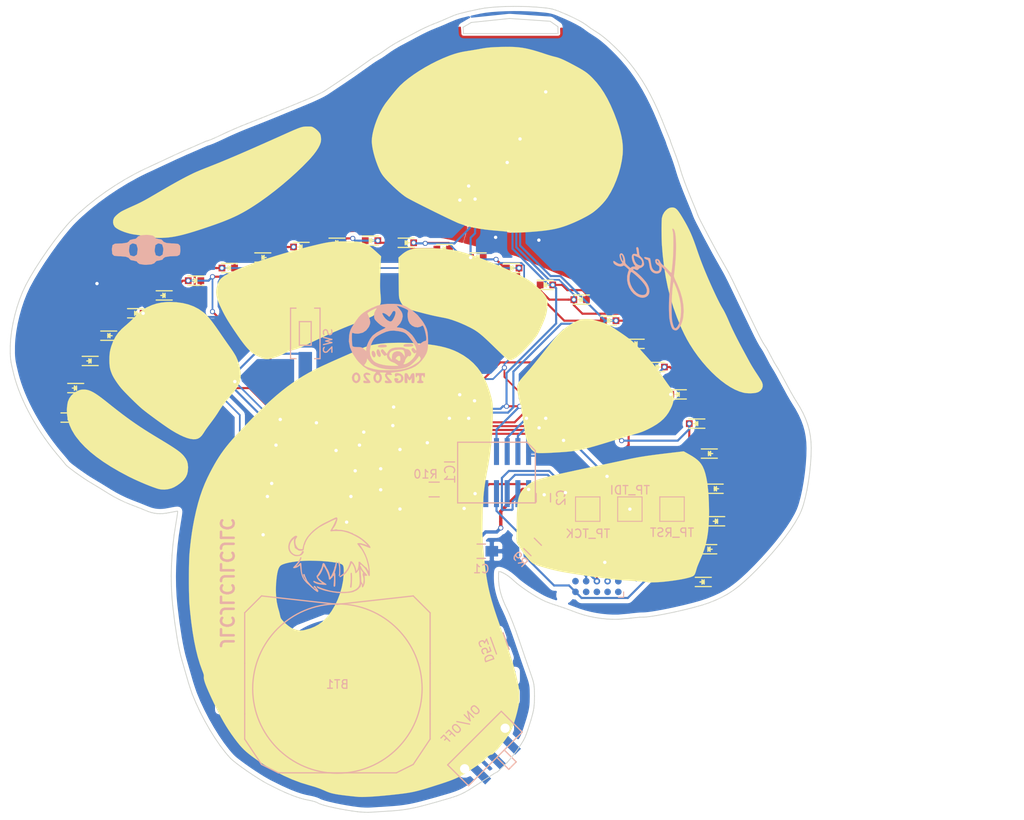
<source format=kicad_pcb>
(kicad_pcb (version 4) (host pcbnew 4.0.5+dfsg1-4)
  (layers (0 F.Cu signal) (31 B.Cu signal) (34 B.Paste user) (35 F.Paste user) (36 B.SilkS user) (37 F.SilkS user) (38 B.Mask user) (39 F.Mask user) (44 Edge.Cuts user))
  (net 0 "")
  (net 1 +BATT)
  (net 2 GND)
  (net 3 "Net-(D1-Pad2)")
  (net 4 "Net-(D1-Pad1)")
  (net 5 "Net-(D10-Pad1)")
  (net 6 "Net-(D10-Pad2)")
  (net 7 "Net-(D11-Pad2)")
  (net 8 "Net-(D12-Pad2)")
  (net 9 "Net-(D13-Pad2)")
  (net 10 "Net-(D14-Pad2)")
  (net 11 "Net-(BT1-Pad1)")
  (net 12 /RST)
  (net 13 /TCK)
  (net 14 /TDI)
  (net 15 /BTN)
  (net 16 "Net-(F1-Pad2)")
  (net 17 "Net-(J1-Pad1)")
  (net 18 "Net-(J1-Pad2)")
  (net 19 "Net-(J1-Pad3)")
  (net 20 "Net-(J1-Pad4)")
  (net 21 "Net-(J1-Pad6)")
  (net 22 "Net-(D53-Pad2)")
  (net 23 "Net-(SW1-Pad3)")
  (net 24 "Net-(D57-Pad2)")
  (module vine_badge:F.Silk_g4506 (layer F.Cu) (at 140.51 94.04)
    (fp_text reference G*** hide)
    (fp_text value LOGO hide)
  )
  (module vine_badge:dousig10x10 (layer F.Cu) (at 146.1 98.03)
    (fp_text reference G*** hide)
    (fp_text value LOGO hide)
  )
  (module LEDs:LED_0603 (layer F.Cu) (at 141.252 98.39 225)
    (fp_text reference D13)
    (fp_text value LED hide)
    (pad 2 smd rect (at 0.7493 0 45) (size 0.79756 0.79756) (layers F.Cu F.Paste F.Mask) (net 9 "Net-(D13-Pad2)"))
    (pad 1 smd rect (at -0.7493 0 45) (size 0.79756 0.79756) (layers F.Cu F.Paste F.Mask) (net 8 "Net-(D12-Pad2)"))
  )
  (module LOGO (layer F.Cu) (at 213.36 100.66 270)
    (fp_text reference G*** hide)
    (fp_text value LOGO hide)
  )
  (module LEDs:LED_0603 (layer F.Cu) (at 126.52 96.104 90)
    (fp_text reference D1)
    (fp_text value LED hide)
    (pad 2 smd rect (at 0.7493 0 270) (size 0.79756 0.79756) (layers F.Cu F.Paste F.Mask) (net 3 "Net-(D1-Pad2)"))
    (pad 1 smd rect (at -0.7493 0 270) (size 0.79756 0.79756) (layers F.Cu F.Paste F.Mask) (net 4 "Net-(D1-Pad1)"))
  )
  (module LEDs:LED_0603 (layer F.Cu) (at 125.504 102.2 270)
    (fp_text reference D2)
    (fp_text value LED hide)
    (pad 2 smd rect (at 0.7493 0 90) (size 0.79756 0.79756) (layers F.Cu F.Paste F.Mask) (net 4 "Net-(D1-Pad1)"))
    (pad 1 smd rect (at -0.7493 0 90) (size 0.79756 0.79756) (layers F.Cu F.Paste F.Mask) (net 5 "Net-(D10-Pad1)"))
  )
  (module LEDs:LED_0603 (layer F.Cu) (at 124.488 108.296 270)
    (fp_text reference D3)
    (fp_text value LED hide)
    (pad 2 smd rect (at 0.7493 0 90) (size 0.79756 0.79756) (layers F.Cu F.Paste F.Mask) (net 5 "Net-(D10-Pad1)"))
    (pad 1 smd rect (at -0.7493 0 90) (size 0.79756 0.79756) (layers F.Cu F.Paste F.Mask) (net 6 "Net-(D10-Pad2)"))
  )
  (module LEDs:LED_0603 (layer F.Cu) (at 138.966 100.676 225)
    (fp_text reference D6)
    (fp_text value LED hide)
    (pad 2 smd rect (at 0.7493 0 45) (size 0.79756 0.79756) (layers F.Cu F.Paste F.Mask) (net 8 "Net-(D12-Pad2)"))
    (pad 1 smd rect (at -0.7493 0 45) (size 0.79756 0.79756) (layers F.Cu F.Paste F.Mask) (net 9 "Net-(D13-Pad2)"))
  )
  (module LEDs:LED_0603 (layer F.Cu) (at 138.966 104.232 135)
    (fp_text reference D7)
    (fp_text value LED hide)
    (pad 2 smd rect (at 0.7493 0 315) (size 0.79756 0.79756) (layers F.Cu F.Paste F.Mask) (net 9 "Net-(D13-Pad2)"))
    (pad 1 smd rect (at -0.7493 0 315) (size 0.79756 0.79756) (layers F.Cu F.Paste F.Mask) (net 10 "Net-(D14-Pad2)"))
  )
  (module LEDs:LED_0603 (layer F.Cu) (at 124.996 105.248 90)
    (fp_text reference D9)
    (fp_text value LED hide)
    (pad 2 smd rect (at 0.7493 0 270) (size 0.79756 0.79756) (layers F.Cu F.Paste F.Mask) (net 5 "Net-(D10-Pad1)"))
    (pad 1 smd rect (at -0.7493 0 270) (size 0.79756 0.79756) (layers F.Cu F.Paste F.Mask) (net 4 "Net-(D1-Pad1)"))
  )
  (module LEDs:LED_0603 (layer F.Cu) (at 136.426 96.104 270)
    (fp_text reference D10)
    (fp_text value LED hide)
    (pad 2 smd rect (at 0.7493 0 90) (size 0.79756 0.79756) (layers F.Cu F.Paste F.Mask) (net 6 "Net-(D10-Pad2)"))
    (pad 1 smd rect (at -0.7493 0 90) (size 0.79756 0.79756) (layers F.Cu F.Paste F.Mask) (net 5 "Net-(D10-Pad1)"))
  )
  (module LEDs:LED_0603 (layer F.Cu) (at 148.364 63.846 90)
    (fp_text reference D19)
    (fp_text value LED hide)
    (pad 2 smd rect (at 0.7493 0 270) (size 0.79756 0.79756) (layers F.Cu F.Paste F.Mask) (net 5 "Net-(D10-Pad1)"))
    (pad 1 smd rect (at -0.7493 0 270) (size 0.79756 0.79756) (layers F.Cu F.Paste F.Mask) (net 7 "Net-(D11-Pad2)"))
  )
  (module LEDs:LED_0603 (layer F.Cu) (at 148.872 66.894 90)
    (fp_text reference D20)
    (fp_text value LED hide)
    (pad 2 smd rect (at 0.7493 0 270) (size 0.79756 0.79756) (layers F.Cu F.Paste F.Mask) (net 7 "Net-(D11-Pad2)"))
    (pad 1 smd rect (at -0.7493 0 270) (size 0.79756 0.79756) (layers F.Cu F.Paste F.Mask) (net 5 "Net-(D10-Pad1)"))
  )
  (module LEDs:LED_0603 (layer F.Cu) (at 133.1 74.38 180)
    (fp_text reference D25)
    (fp_text value LED hide)
    (pad 2 smd rect (at 0.7493 0) (size 0.79756 0.79756) (layers F.Cu F.Paste F.Mask) (net 4 "Net-(D1-Pad1)"))
    (pad 1 smd rect (at -0.7493 0) (size 0.79756 0.79756) (layers F.Cu F.Paste F.Mask) (net 7 "Net-(D11-Pad2)"))
  )
  (module LEDs:LED_0603 (layer F.Cu) (at 149.634 69.942 90)
    (fp_text reference D26)
    (fp_text value LED hide)
    (pad 2 smd rect (at 0.7493 0 270) (size 0.79756 0.79756) (layers F.Cu F.Paste F.Mask) (net 7 "Net-(D11-Pad2)"))
    (pad 1 smd rect (at -0.7493 0 270) (size 0.79756 0.79756) (layers F.Cu F.Paste F.Mask) (net 9 "Net-(D13-Pad2)"))
  )
  (module LEDs:LED_0603 (layer F.Cu) (at 109.5 82.75)
    (fp_text reference D29)
    (fp_text value LED hide)
    (pad 2 smd rect (at 0.7493 0 180) (size 0.79756 0.79756) (layers F.Cu F.Paste F.Mask) (net 5 "Net-(D10-Pad1)"))
    (pad 1 smd rect (at -0.7493 0 180) (size 0.79756 0.79756) (layers F.Cu F.Paste F.Mask) (net 8 "Net-(D12-Pad2)"))
  )
  (module LEDs:LED_0603 (layer F.Cu) (at 112.6 80.63 180)
    (fp_text reference D30)
    (fp_text value LED hide)
    (pad 2 smd rect (at 0.7493 0) (size 0.79756 0.79756) (layers F.Cu F.Paste F.Mask) (net 8 "Net-(D12-Pad2)"))
    (pad 1 smd rect (at -0.7493 0) (size 0.79756 0.79756) (layers F.Cu F.Paste F.Mask) (net 10 "Net-(D14-Pad2)"))
  )
  (module LEDs:LED_0603 (layer F.Cu) (at 116.35 78.88 180)
    (fp_text reference D31)
    (fp_text value LED hide)
    (pad 2 smd rect (at 0.7493 0) (size 0.79756 0.79756) (layers F.Cu F.Paste F.Mask) (net 8 "Net-(D12-Pad2)"))
    (pad 1 smd rect (at -0.7493 0) (size 0.79756 0.79756) (layers F.Cu F.Paste F.Mask) (net 5 "Net-(D10-Pad1)"))
  )
  (module LEDs:LED_0603 (layer F.Cu) (at 120.35 77.38 180)
    (fp_text reference D32)
    (fp_text value LED hide)
    (pad 2 smd rect (at 0.7493 0) (size 0.79756 0.79756) (layers F.Cu F.Paste F.Mask) (net 10 "Net-(D14-Pad2)"))
    (pad 1 smd rect (at -0.7493 0) (size 0.79756 0.79756) (layers F.Cu F.Paste F.Mask) (net 8 "Net-(D12-Pad2)"))
  )
  (module LEDs:LED_0603 (layer F.Cu) (at 156.492 58.512 270)
    (fp_text reference D33)
    (fp_text value LED hide)
    (pad 2 smd rect (at 0.7493 0 90) (size 0.79756 0.79756) (layers F.Cu F.Paste F.Mask) (net 6 "Net-(D10-Pad2)"))
    (pad 1 smd rect (at -0.7493 0 90) (size 0.79756 0.79756) (layers F.Cu F.Paste F.Mask) (net 9 "Net-(D13-Pad2)"))
  )
  (module LEDs:LED_0603 (layer F.Cu) (at 149.8507 76.13 180)
    (fp_text reference D36)
    (fp_text value LED hide)
    (pad 2 smd rect (at 0.7493 0) (size 0.79756 0.79756) (layers F.Cu F.Paste F.Mask) (net 7 "Net-(D11-Pad2)"))
    (pad 1 smd rect (at -0.7493 0) (size 0.79756 0.79756) (layers F.Cu F.Paste F.Mask) (net 10 "Net-(D14-Pad2)"))
  )
  (module LEDs:LED_0603 (layer F.Cu) (at 154.1 77.38)
    (fp_text reference D38)
    (fp_text value LED hide)
    (pad 2 smd rect (at 0.7493 0 180) (size 0.79756 0.79756) (layers F.Cu F.Paste F.Mask) (net 10 "Net-(D14-Pad2)"))
    (pad 1 smd rect (at -0.7493 0 180) (size 0.79756 0.79756) (layers F.Cu F.Paste F.Mask) (net 7 "Net-(D11-Pad2)"))
  )
  (module LEDs:LED_0603 (layer F.Cu) (at 124.5993 76.13)
    (fp_text reference D39)
    (fp_text value LED hide)
    (pad 2 smd rect (at 0.7493 0 180) (size 0.79756 0.79756) (layers F.Cu F.Paste F.Mask) (net 4 "Net-(D1-Pad1)"))
    (pad 1 smd rect (at -0.7493 0 180) (size 0.79756 0.79756) (layers F.Cu F.Paste F.Mask) (net 8 "Net-(D12-Pad2)"))
  )
  (module LEDs:LED_0603 (layer F.Cu) (at 162.1007 81.13 180)
    (fp_text reference D42)
    (fp_text value LED hide)
    (pad 2 smd rect (at 0.7493 0) (size 0.79756 0.79756) (layers F.Cu F.Paste F.Mask) (net 9 "Net-(D13-Pad2)"))
    (pad 1 smd rect (at -0.7493 0) (size 0.79756 0.79756) (layers F.Cu F.Paste F.Mask) (net 5 "Net-(D10-Pad1)"))
  )
  (module LEDs:LED_0603 (layer F.Cu) (at 177.574 99.406)
    (fp_text reference D45)
    (fp_text value LED hide)
    (pad 2 smd rect (at 0.7493 0 180) (size 0.79756 0.79756) (layers F.Cu F.Paste F.Mask) (net 3 "Net-(D1-Pad2)"))
    (pad 1 smd rect (at -0.7493 0 180) (size 0.79756 0.79756) (layers F.Cu F.Paste F.Mask) (net 8 "Net-(D12-Pad2)"))
  )
  (module LEDs:LED_0603 (layer F.Cu) (at 175.796 95.85 180)
    (fp_text reference D46)
    (fp_text value LED hide)
    (pad 2 smd rect (at 0.7493 0) (size 0.79756 0.79756) (layers F.Cu F.Paste F.Mask) (net 8 "Net-(D12-Pad2)"))
    (pad 1 smd rect (at -0.7493 0) (size 0.79756 0.79756) (layers F.Cu F.Paste F.Mask) (net 3 "Net-(D1-Pad2)"))
  )
  (module LEDs:LED_0603 (layer F.Cu) (at 178.27 103.58)
    (fp_text reference D51)
    (fp_text value LED hide)
    (pad 2 smd rect (at 0.7493 0 180) (size 0.79756 0.79756) (layers F.Cu F.Paste F.Mask) (net 3 "Net-(D1-Pad2)"))
    (pad 1 smd rect (at -0.7493 0 180) (size 0.79756 0.79756) (layers F.Cu F.Paste F.Mask) (net 10 "Net-(D14-Pad2)"))
  )
  (module Fuse_Holders_and_Fuses:Fuse_SMD1206_Reflow (layer B.Cu) (at 153.416 127 270)
    (fp_text reference F1 hide)
    (fp_text value Fuse hide)
    (pad 1 smd rect (at -1.20396 0 180) (size 2.02946 1.14046) (layers B.Cu B.Paste B.Mask) (net 24 "Net-(D57-Pad2)"))
    (pad 2 smd rect (at 1.20396 0 180) (size 2.02946 1.14046) (layers B.Cu B.Paste B.Mask) (net 16 "Net-(F1-Pad2)"))
  )
  (module LEDs:LED_0603 (layer F.Cu) (at 135.41 102.2 90)
    (fp_text reference D4)
    (fp_text value LED hide)
    (pad 2 smd rect (at 0.7493 0 270) (size 0.79756 0.79756) (layers F.Cu F.Paste F.Mask) (net 6 "Net-(D10-Pad2)"))
    (pad 1 smd rect (at -0.7493 0 270) (size 0.79756 0.79756) (layers F.Cu F.Paste F.Mask) (net 7 "Net-(D11-Pad2)"))
  )
  (module LEDs:LED_0603 (layer F.Cu) (at 134.902 105.248 90)
    (fp_text reference D5)
    (fp_text value LED hide)
    (pad 2 smd rect (at 0.7493 0 270) (size 0.79756 0.79756) (layers F.Cu F.Paste F.Mask) (net 7 "Net-(D11-Pad2)"))
    (pad 1 smd rect (at -0.7493 0 270) (size 0.79756 0.79756) (layers F.Cu F.Paste F.Mask) (net 8 "Net-(D12-Pad2)"))
  )
  (module LEDs:LED_0603 (layer F.Cu) (at 126.012 99.152 90)
    (fp_text reference D8)
    (fp_text value LED hide)
    (pad 2 smd rect (at 0.7493 0 270) (size 0.79756 0.79756) (layers F.Cu F.Paste F.Mask) (net 4 "Net-(D1-Pad1)"))
    (pad 1 smd rect (at -0.7493 0 270) (size 0.79756 0.79756) (layers F.Cu F.Paste F.Mask) (net 3 "Net-(D1-Pad2)"))
  )
  (module LEDs:LED_0603 (layer F.Cu) (at 135.918 99.152 90)
    (fp_text reference D11)
    (fp_text value LED hide)
    (pad 2 smd rect (at 0.7493 0 270) (size 0.79756 0.79756) (layers F.Cu F.Paste F.Mask) (net 7 "Net-(D11-Pad2)"))
    (pad 1 smd rect (at -0.7493 0 270) (size 0.79756 0.79756) (layers F.Cu F.Paste F.Mask) (net 6 "Net-(D10-Pad2)"))
  )
  (module LEDs:LED_0603 (layer F.Cu) (at 134.394 108.296 90)
    (fp_text reference D12)
    (fp_text value LED hide)
    (pad 2 smd rect (at 0.7493 0 270) (size 0.79756 0.79756) (layers F.Cu F.Paste F.Mask) (net 8 "Net-(D12-Pad2)"))
    (pad 1 smd rect (at -0.7493 0 270) (size 0.79756 0.79756) (layers F.Cu F.Paste F.Mask) (net 7 "Net-(D11-Pad2)"))
  )
  (module LEDs:LED_0603 (layer F.Cu) (at 141.252 106.518 135)
    (fp_text reference D14)
    (fp_text value LED hide)
    (pad 2 smd rect (at 0.7493 0 315) (size 0.79756 0.79756) (layers F.Cu F.Paste F.Mask) (net 10 "Net-(D14-Pad2)"))
    (pad 1 smd rect (at -0.7493 0 315) (size 0.79756 0.79756) (layers F.Cu F.Paste F.Mask) (net 9 "Net-(D13-Pad2)"))
  )
  (module LEDs:LED_0603 (layer F.Cu) (at 147.348 57.75 90)
    (fp_text reference D15)
    (fp_text value LED hide)
    (pad 2 smd rect (at 0.7493 0 270) (size 0.79756 0.79756) (layers F.Cu F.Paste F.Mask) (net 3 "Net-(D1-Pad2)"))
    (pad 1 smd rect (at -0.7493 0 270) (size 0.79756 0.79756) (layers F.Cu F.Paste F.Mask) (net 5 "Net-(D10-Pad1)"))
  )
  (module LEDs:LED_0603 (layer F.Cu) (at 147.856 60.798 90)
    (fp_text reference D16)
    (fp_text value LED hide)
    (pad 2 smd rect (at 0.7493 0 270) (size 0.79756 0.79756) (layers F.Cu F.Paste F.Mask) (net 5 "Net-(D10-Pad1)"))
    (pad 1 smd rect (at -0.7493 0 270) (size 0.79756 0.79756) (layers F.Cu F.Paste F.Mask) (net 3 "Net-(D1-Pad2)"))
  )
  (module LEDs:LED_0603 (layer F.Cu) (at 102.1 91.63 180)
    (fp_text reference D18)
    (fp_text value LED hide)
    (pad 2 smd rect (at 0.7493 0) (size 0.79756 0.79756) (layers F.Cu F.Paste F.Mask) (net 6 "Net-(D10-Pad2)"))
    (pad 1 smd rect (at -0.7493 0) (size 0.79756 0.79756) (layers F.Cu F.Paste F.Mask) (net 4 "Net-(D1-Pad1)"))
  )
  (module LEDs:LED_0603 (layer F.Cu) (at 153.444 64.1 270)
    (fp_text reference D21)
    (fp_text value LED hide)
    (pad 2 smd rect (at 0.7493 0 90) (size 0.79756 0.79756) (layers F.Cu F.Paste F.Mask) (net 3 "Net-(D1-Pad2)"))
    (pad 1 smd rect (at -0.7493 0 90) (size 0.79756 0.79756) (layers F.Cu F.Paste F.Mask) (net 6 "Net-(D10-Pad2)"))
  )
  (module LEDs:LED_0603 (layer F.Cu) (at 103.820165 88.409835 180)
    (fp_text reference D22)
    (fp_text value LED hide)
    (pad 2 smd rect (at 0.7493 0) (size 0.79756 0.79756) (layers F.Cu F.Paste F.Mask) (net 6 "Net-(D10-Pad2)"))
    (pad 1 smd rect (at -0.7493 0) (size 0.79756 0.79756) (layers F.Cu F.Paste F.Mask) (net 8 "Net-(D12-Pad2)"))
  )
  (module LEDs:LED_0603 (layer F.Cu) (at 154.968 61.306 270)
    (fp_text reference D23)
    (fp_text value LED hide)
    (pad 2 smd rect (at 0.7493 0 90) (size 0.79756 0.79756) (layers F.Cu F.Paste F.Mask) (net 6 "Net-(D10-Pad2)"))
    (pad 1 smd rect (at -0.7493 0 90) (size 0.79756 0.79756) (layers F.Cu F.Paste F.Mask) (net 3 "Net-(D1-Pad2)"))
  )
  (module LEDs:LED_0603 (layer F.Cu) (at 106.320165 85.409835)
    (fp_text reference D24)
    (fp_text value LED hide)
    (pad 2 smd rect (at 0.7493 0 180) (size 0.79756 0.79756) (layers F.Cu F.Paste F.Mask) (net 8 "Net-(D12-Pad2)"))
    (pad 1 smd rect (at -0.7493 0 180) (size 0.79756 0.79756) (layers F.Cu F.Paste F.Mask) (net 6 "Net-(D10-Pad2)"))
  )
  (module LEDs:LED_0603 (layer F.Cu) (at 137.3493 74.13)
    (fp_text reference D27)
    (fp_text value LED hide)
    (pad 2 smd rect (at 0.7493 0 180) (size 0.79756 0.79756) (layers F.Cu F.Paste F.Mask) (net 7 "Net-(D11-Pad2)"))
    (pad 1 smd rect (at -0.7493 0 180) (size 0.79756 0.79756) (layers F.Cu F.Paste F.Mask) (net 4 "Net-(D1-Pad1)"))
  )
  (module LEDs:LED_0603 (layer F.Cu) (at 151.666 66.894 270)
    (fp_text reference D28)
    (fp_text value LED hide)
    (pad 2 smd rect (at 0.7493 0 90) (size 0.79756 0.79756) (layers F.Cu F.Paste F.Mask) (net 9 "Net-(D13-Pad2)"))
    (pad 1 smd rect (at -0.7493 0 90) (size 0.79756 0.79756) (layers F.Cu F.Paste F.Mask) (net 7 "Net-(D11-Pad2)"))
  )
  (module LEDs:LED_0603 (layer F.Cu) (at 158.016 55.718 270)
    (fp_text reference D34)
    (fp_text value LED hide)
    (pad 2 smd rect (at 0.7493 0 90) (size 0.79756 0.79756) (layers F.Cu F.Paste F.Mask) (net 9 "Net-(D13-Pad2)"))
    (pad 1 smd rect (at -0.7493 0 90) (size 0.79756 0.79756) (layers F.Cu F.Paste F.Mask) (net 6 "Net-(D10-Pad2)"))
  )
  (module LEDs:LED_0603 (layer F.Cu) (at 141.6 74.38)
    (fp_text reference D35)
    (fp_text value LED hide)
    (pad 2 smd rect (at 0.7493 0 180) (size 0.79756 0.79756) (layers F.Cu F.Paste F.Mask) (net 3 "Net-(D1-Pad2)"))
    (pad 1 smd rect (at -0.7493 0 180) (size 0.79756 0.79756) (layers F.Cu F.Paste F.Mask) (net 7 "Net-(D11-Pad2)"))
  )
  (module LEDs:LED_0603 (layer F.Cu) (at 145.8507 75.13 180)
    (fp_text reference D37)
    (fp_text value LED hide)
    (pad 2 smd rect (at 0.7493 0) (size 0.79756 0.79756) (layers F.Cu F.Paste F.Mask) (net 7 "Net-(D11-Pad2)"))
    (pad 1 smd rect (at -0.7493 0) (size 0.79756 0.79756) (layers F.Cu F.Paste F.Mask) (net 3 "Net-(D1-Pad2)"))
  )
  (module LEDs:LED_0603 (layer F.Cu) (at 128.8493 74.88 180)
    (fp_text reference D40)
    (fp_text value LED hide)
    (pad 2 smd rect (at 0.7493 0) (size 0.79756 0.79756) (layers F.Cu F.Paste F.Mask) (net 8 "Net-(D12-Pad2)"))
    (pad 1 smd rect (at -0.7493 0) (size 0.79756 0.79756) (layers F.Cu F.Paste F.Mask) (net 4 "Net-(D1-Pad1)"))
  )
  (module LEDs:LED_0603 (layer F.Cu) (at 158.1 79.38)
    (fp_text reference D41)
    (fp_text value LED hide)
    (pad 2 smd rect (at 0.7493 0 180) (size 0.79756 0.79756) (layers F.Cu F.Paste F.Mask) (net 5 "Net-(D10-Pad1)"))
    (pad 1 smd rect (at -0.7493 0 180) (size 0.79756 0.79756) (layers F.Cu F.Paste F.Mask) (net 9 "Net-(D13-Pad2)"))
  )
  (module LEDs:LED_0603 (layer F.Cu) (at 165.6 83.63)
    (fp_text reference D43)
    (fp_text value LED hide)
    (pad 2 smd rect (at 0.7493 0 180) (size 0.79756 0.79756) (layers F.Cu F.Paste F.Mask) (net 6 "Net-(D10-Pad2)"))
    (pad 1 smd rect (at -0.7493 0 180) (size 0.79756 0.79756) (layers F.Cu F.Paste F.Mask) (net 10 "Net-(D14-Pad2)"))
  )
  (module LEDs:LED_0603 (layer F.Cu) (at 168.6 86.38 180)
    (fp_text reference D44)
    (fp_text value LED hide)
    (pad 2 smd rect (at 0.7493 0) (size 0.79756 0.79756) (layers F.Cu F.Paste F.Mask) (net 10 "Net-(D14-Pad2)"))
    (pad 1 smd rect (at -0.7493 0) (size 0.79756 0.79756) (layers F.Cu F.Paste F.Mask) (net 6 "Net-(D10-Pad2)"))
  )
  (module LEDs:LED_0603 (layer F.Cu) (at 171.35 89.13)
    (fp_text reference D47)
    (fp_text value LED hide)
    (pad 2 smd rect (at 0.7493 0 180) (size 0.79756 0.79756) (layers F.Cu F.Paste F.Mask) (net 3 "Net-(D1-Pad2)"))
    (pad 1 smd rect (at -0.7493 0 180) (size 0.79756 0.79756) (layers F.Cu F.Paste F.Mask) (net 9 "Net-(D13-Pad2)"))
  )
  (module LEDs:LED_0603 (layer F.Cu) (at 173.6 92.38 180)
    (fp_text reference D48)
    (fp_text value LED hide)
    (pad 2 smd rect (at 0.7493 0) (size 0.79756 0.79756) (layers F.Cu F.Paste F.Mask) (net 9 "Net-(D13-Pad2)"))
    (pad 1 smd rect (at -0.7493 0) (size 0.79756 0.79756) (layers F.Cu F.Paste F.Mask) (net 3 "Net-(D1-Pad2)"))
  )
  (module LEDs:LED_0603 (layer F.Cu) (at 176.558 114.646 180)
    (fp_text reference D49)
    (fp_text value LED hide)
    (pad 2 smd rect (at 0.7493 0) (size 0.79756 0.79756) (layers F.Cu F.Paste F.Mask) (net 5 "Net-(D10-Pad1)"))
    (pad 1 smd rect (at -0.7493 0) (size 0.79756 0.79756) (layers F.Cu F.Paste F.Mask) (net 10 "Net-(D14-Pad2)"))
  )
  (module LEDs:LED_0603 (layer F.Cu) (at 177.51 110.76)
    (fp_text reference D50)
    (fp_text value LED hide)
    (pad 2 smd rect (at 0.7493 0 180) (size 0.79756 0.79756) (layers F.Cu F.Paste F.Mask) (net 10 "Net-(D14-Pad2)"))
    (pad 1 smd rect (at -0.7493 0 180) (size 0.79756 0.79756) (layers F.Cu F.Paste F.Mask) (net 5 "Net-(D10-Pad1)"))
  )
  (module LEDs:LED_0603 (layer F.Cu) (at 178.15 107.44 180)
    (fp_text reference D52)
    (fp_text value LED hide)
    (pad 2 smd rect (at 0.7493 0) (size 0.79756 0.79756) (layers F.Cu F.Paste F.Mask) (net 10 "Net-(D14-Pad2)"))
    (pad 1 smd rect (at -0.7493 0) (size 0.79756 0.79756) (layers F.Cu F.Paste F.Mask) (net 3 "Net-(D1-Pad2)"))
  )
  (module vine_badge:dousig10x10 (layer B.Cu) (at 132.3594 111.4806 180)
    (fp_text reference G*** hide)
    (fp_text value LOGO hide)
  )
  (module vine_badge:jergesig10x10 (layer B.Cu) (at 170.43 78.61 180)
    (fp_text reference G*** hide)
    (fp_text value LOGO hide)
  )
  (module vine_badge:GRANTSIG10X10 (layer B.Cu) (at 110.61 75.22)
    (fp_text reference G*** hide)
    (fp_text value LOGO hide)
  )
  (module vine_badge:tmg2020 (layer B.Cu) (at 139.35 86.29 180)
    (fp_text reference G*** hide)
    (fp_text value LOGO hide)
  )
  (module Diodes_SMD:SOD-323_HandSoldering (layer B.Cu) (at 152.654 122.174 290)
    (fp_text reference D53 (at 0 1.85 290) (layer B.SilkS) (effects (justify mirror)))
    (fp_text value D_Schottky hide)
    (pad 1 smd rect (at -1.25 0 290) (size 1 1) (layers B.Cu B.Paste B.Mask) (net 1 +BATT))
    (pad 2 smd rect (at 1.25 0 290) (size 1 1) (layers B.Cu B.Paste B.Mask) (net 22 "Net-(D53-Pad2)"))
  )
  (module Capacitors_SMD:C_0805_HandSoldering (layer B.Cu) (at 150.368 110.998)
    (fp_text reference C1 (at 0 2.1) (layer B.SilkS) (effects (justify mirror)))
    (fp_text value 100nF hide)
    (pad 1 smd rect (at -1.25 0) (size 1.5 1.25) (layers B.Cu B.Paste B.Mask) (net 1 +BATT))
    (pad 2 smd rect (at 1.25 0) (size 1.5 1.25) (layers B.Cu B.Paste B.Mask) (net 2 GND))
  )
  (module Capacitors_SMD:C_0805_HandSoldering (layer B.Cu) (at 157.734 104.648 90)
    (fp_text reference C2 (at 0 2.1 90) (layer B.SilkS) (effects (justify mirror)))
    (fp_text value 1uF hide)
    (pad 1 smd rect (at -1.25 0 90) (size 1.5 1.25) (layers B.Cu B.Paste B.Mask) (net 1 +BATT))
    (pad 2 smd rect (at 1.25 0 90) (size 1.5 1.25) (layers B.Cu B.Paste B.Mask) (net 2 GND))
  )
  (module Resistors_SMD:R_0805_HandSoldering (layer B.Cu) (at 156.464 110.49 315)
    (fp_text reference R9 (at 0 2.1 315) (layer B.SilkS) (effects (justify mirror)))
    (fp_text value 1K hide)
    (pad 1 smd rect (at -1.35 0 315) (size 1.5 1.3) (layers B.Cu B.Paste B.Mask) (net 12 /RST))
    (pad 2 smd rect (at 1.35 0 315) (size 1.5 1.3) (layers B.Cu B.Paste B.Mask) (net 1 +BATT))
  )
  (module Resistors_SMD:R_0805_HandSoldering (layer B.Cu) (at 144.78 103.67 180)
    (fp_text reference R10 (at 1.016 1.816 180) (layer B.SilkS) (effects (justify mirror)))
    (fp_text value 1K hide)
    (pad 1 smd rect (at -1.35 0 180) (size 1.5 1.3) (layers B.Cu B.Paste B.Mask) (net 15 /BTN))
    (pad 2 smd rect (at 1.35 0 180) (size 1.5 1.3) (layers B.Cu B.Paste B.Mask) (net 1 +BATT))
  )
  (module VineBadge2020:COINCELL_20MM_HANDSOLDER (layer B.Cu) (at 133.2992 127.3048)
    (fp_text reference BT1 (at 0 -0.499999) (layer B.SilkS) (effects (justify mirror)))
    (fp_text value Battery_Cell hide)
    (pad 1 smd rect (at -12 0) (size 4 5.1) (layers B.Cu B.Paste B.Mask) (net 11 "Net-(BT1-Pad1)"))
    (pad 1 smd rect (at 12 0) (size 4 5.1) (layers B.Cu B.Paste B.Mask) (net 11 "Net-(BT1-Pad1)"))
    (pad 2 smd circle (at 0 0) (size 16.5 16.5) (layers B.Cu B.Paste B.Mask) (net 2 GND))
  )
  (module VineBadge2020:ATTINY20_SOIC-14-HANDSOLDER (layer B.Cu) (at 152.174 101.66 180)
    (fp_text reference IC1 (at 5.514 0.09 450) (layer B.SilkS) (effects (font (size 1.2 1.2)) (justify mirror)))
    (fp_text value ATTINY20-X hide)
    (pad 14 smd rect (at -3.81 2.5 180) (size 0.6 3.2) (layers B.Cu B.Paste B.Mask) (net 2 GND))
    (pad 1 smd rect (at -3.81 -2.5 180) (size 0.6 3.2) (layers B.Cu B.Paste B.Mask) (net 1 +BATT))
    (pad 13 smd rect (at -2.54 2.5 180) (size 0.6 3.2) (layers B.Cu B.Paste B.Mask) (net 3 "Net-(D1-Pad2)"))
    (pad 2 smd rect (at -2.54 -2.5 180) (size 0.6 3.2) (layers B.Cu B.Paste B.Mask) (net 13 /TCK))
    (pad 12 smd rect (at -1.27 2.5 180) (size 0.6 3.2) (layers B.Cu B.Paste B.Mask) (net 4 "Net-(D1-Pad1)"))
    (pad 3 smd rect (at -1.27 -2.5 180) (size 0.6 3.2) (layers B.Cu B.Paste B.Mask) (net 14 /TDI))
    (pad 11 smd rect (at 0 2.5 180) (size 0.6 3.2) (layers B.Cu B.Paste B.Mask) (net 5 "Net-(D10-Pad1)"))
    (pad 4 smd rect (at 0 -2.5 180) (size 0.6 3.2) (layers B.Cu B.Paste B.Mask) (net 12 /RST))
    (pad 10 smd rect (at 1.27 2.5 180) (size 0.6 3.2) (layers B.Cu B.Paste B.Mask) (net 6 "Net-(D10-Pad2)"))
    (pad 5 smd rect (at 1.27 -2.5 180) (size 0.6 3.2) (layers B.Cu B.Paste B.Mask) (net 15 /BTN))
    (pad 9 smd rect (at 2.54 2.5 180) (size 0.6 3.2) (layers B.Cu B.Paste B.Mask) (net 7 "Net-(D11-Pad2)"))
    (pad 6 smd rect (at 2.54 -2.5 180) (size 0.6 3.2) (layers B.Cu B.Paste B.Mask) (net 10 "Net-(D14-Pad2)"))
    (pad 8 smd rect (at 3.81 2.5 180) (size 0.6 3.2) (layers B.Cu B.Paste B.Mask) (net 8 "Net-(D12-Pad2)"))
    (pad 7 smd rect (at 3.81 -2.5 180) (size 0.6 3.2) (layers B.Cu B.Paste B.Mask) (net 9 "Net-(D13-Pad2)"))
  )
  (module VineBadge2020:TC2050-All_Holes (layer B.Cu) (at 164.084 115.189 180)
    (fp_text reference J1 hide)
    (fp_text value CONN-TAGCONNECT-TC2050 hide)
    (pad "" np_thru_hole circle (at 3.81 1.016 180) (size 0.9906 0.9906) (drill 0.9906) (layers *.Cu *.Mask))
    (pad "" np_thru_hole circle (at 3.81 -1.016 180) (size 0.9906 0.9906) (drill 0.9906) (layers *.Cu *.Mask))
    (pad "" np_thru_hole circle (at -3.81 0 180) (size 0.9906 0.9906) (drill 0.9906) (layers *.Cu *.Mask))
    (pad 1 connect circle (at -2.54 -0.635 180) (size 0.7874 0.7874) (layers B.Cu B.Mask) (net 17 "Net-(J1-Pad1)"))
    (pad 2 connect circle (at -1.27 -0.635 180) (size 0.7874 0.7874) (layers B.Cu B.Mask) (net 18 "Net-(J1-Pad2)"))
    (pad 3 connect circle (at 0 -0.635 180) (size 0.7874 0.7874) (layers B.Cu B.Mask) (net 19 "Net-(J1-Pad3)"))
    (pad 4 connect circle (at 1.27 -0.635 180) (size 0.7874 0.7874) (layers B.Cu B.Mask) (net 20 "Net-(J1-Pad4)"))
    (pad 5 connect circle (at 2.54 -0.635 180) (size 0.7874 0.7874) (layers B.Cu B.Mask) (net 12 /RST))
    (pad 6 connect circle (at 2.54 0.635 180) (size 0.7874 0.7874) (layers B.Cu B.Mask) (net 21 "Net-(J1-Pad6)"))
    (pad 7 connect circle (at 1.27 0.635 180) (size 0.7874 0.7874) (layers B.Cu B.Mask) (net 1 +BATT))
    (pad 8 connect circle (at 0 0.635 180) (size 0.7874 0.7874) (layers B.Cu B.Mask) (net 14 /TDI))
    (pad 9 connect circle (at -1.27 0.635 180) (size 0.7874 0.7874) (layers B.Cu B.Mask) (net 2 GND))
    (pad 10 connect circle (at -2.54 0.635 180) (size 0.7874 0.7874) (layers B.Cu B.Mask) (net 13 /TCK))
  )
  (module VineBadge2020:SW_SPST_EVQPE1_Handsolder (layer B.Cu) (at 129.4892 85.1408 90)
    (fp_text reference SW2 (at -0.9 2.7 90) (layer B.SilkS) (effects (justify mirror)))
    (fp_text value SW_Push)
    (pad 2 smd rect (at 4.2 0 90) (size 4 1.6) (layers B.Cu B.Paste B.Mask) (net 2 GND))
    (pad 1 smd rect (at -4.2 0 90) (size 4 1.6) (layers B.Cu B.Paste B.Mask) (net 15 /BTN))
  )
  (module VineBadge2020:TestPoint_Pad_2.5x2.5mm (layer B.Cu) (at 163 106)
    (fp_text reference TEST1 hide)
    (fp_text value TP_TCK (at 0.0172 2.9152) (layer B.SilkS) (effects (justify mirror)))
    (pad 1 smd rect (at 0 0) (size 2.5 2.5) (layers B.Cu B.Mask) (net 13 /TCK))
  )
  (module VineBadge2020:TestPoint_Pad_2.5x2.5mm (layer B.Cu) (at 168 106)
    (fp_text reference TEST2 hide)
    (fp_text value TP_TDI (at 0 -2.25) (layer B.SilkS) (effects (justify mirror)))
    (pad 1 smd rect (at 0 0) (size 2.5 2.5) (layers B.Cu B.Mask) (net 14 /TDI))
  )
  (module VineBadge2020:TestPoint_Pad_2.5x2.5mm (layer B.Cu) (at 173 106)
    (fp_text reference TEST3 hide)
    (fp_text value TP_RST (at -0.0006 2.7882) (layer B.SilkS) (effects (justify mirror)))
    (pad 1 smd rect (at 0 0) (size 2.5 2.5) (layers B.Cu B.Mask) (net 12 /RST))
  )
  (module VineBadge2020:JS202011JAQN-Handsolder (layer B.Cu) (at 150.7998 134.4168 225)
    (fp_text reference ON/OFF (at 0 4.023155 225) (layer B.SilkS) (effects (justify mirror)))
    (fp_text value SW_SPDT hide)
    (pad 1 smd rect (at -2.5 1.8 225) (size 1 2.5) (layers B.Cu B.Paste B.Mask) (net 16 "Net-(F1-Pad2)") (clearance 0.01))
    (pad 2 smd rect (at 0 1.8 225) (size 1 2.5) (layers B.Cu B.Paste B.Mask) (net 11 "Net-(BT1-Pad1)") (clearance 0.01))
    (pad 3 smd rect (at 2.5 1.8 225) (size 1 2.5) (layers B.Cu B.Paste B.Mask) (net 23 "Net-(SW1-Pad3)") (clearance 0.01))
    (pad 4 smd rect (at 2.5 -1.8 225) (size 1 2.5) (layers B.Cu B.Paste B.Mask) (clearance 0.01))
    (pad 5 smd rect (at 0 -1.8 225) (size 1 2.5) (layers B.Cu B.Paste B.Mask) (clearance 0.01))
    (pad 6 smd rect (at -2.5 -1.8 225) (size 1 2.5) (layers B.Cu B.Paste B.Mask) (clearance 0.01))
    (pad "" np_thru_hole circle (at 3.4 0 225) (size 1.1 1.1) (drill 1.1) (layers *.Cu *.Mask) (clearance 0.01))
    (pad "" np_thru_hole circle (at -3.4 0 225) (size 1.1 1.1) (drill 1.1) (layers *.Cu *.Mask) (clearance 0.01))
  )
  (module LEDs:LED_0603 (layer F.Cu) (at 101.6 95.13)
    (fp_text reference D17)
    (fp_text value LED hide)
    (pad 2 smd rect (at 0.7493 0 180) (size 0.79756 0.79756) (layers F.Cu F.Paste F.Mask) (net 4 "Net-(D1-Pad1)"))
    (pad 1 smd rect (at -0.7493 0 180) (size 0.79756 0.79756) (layers F.Cu F.Paste F.Mask) (net 6 "Net-(D10-Pad2)"))
  )
  (gr_text JLCJLCJLCJLC (at 120.17 114.76 270) (layer B.SilkS) (effects (font (size 1.5 1.5) (thickness 0.3)) (justify mirror)))
  (gr_line (start 135.672421 141.921116) (end 135.025389 141.832416) (layer Edge.Cuts) (width 0.1))
  (gr_line (start 135.025389 141.832416) (end 134.316972 141.718351) (layer Edge.Cuts) (width 0.1))
  (gr_line (start 134.316972 141.718351) (end 133.585642 141.585231) (layer Edge.Cuts) (width 0.1))
  (gr_line (start 133.585642 141.585231) (end 132.869876 141.439363) (layer Edge.Cuts) (width 0.1))
  (gr_line (start 132.869876 141.439363) (end 132.208147 141.287056) (layer Edge.Cuts) (width 0.1))
  (gr_line (start 132.208147 141.287056) (end 131.63893 141.134619) (layer Edge.Cuts) (width 0.1))
  (gr_line (start 131.63893 141.134619) (end 131.2007 140.98836) (layer Edge.Cuts) (width 0.1))
  (gr_line (start 131.2007 140.98836) (end 131.042728 140.91952) (layer Edge.Cuts) (width 0.1))
  (gr_line (start 131.042728 140.91952) (end 130.931931 140.85459) (layer Edge.Cuts) (width 0.1))
  (gr_line (start 130.931931 140.85459) (end 130.797893 140.79451) (layer Edge.Cuts) (width 0.1))
  (gr_line (start 130.797893 140.79451) (end 130.553602 140.71216) (layer Edge.Cuts) (width 0.1))
  (gr_line (start 130.553602 140.71216) (end 130.267718 140.63132) (layer Edge.Cuts) (width 0.1))
  (gr_line (start 130.267718 140.63132) (end 130.008901 140.57576) (layer Edge.Cuts) (width 0.1))
  (gr_line (start 130.008901 140.57576) (end 129.460359 140.467654) (layer Edge.Cuts) (width 0.1))
  (gr_line (start 129.460359 140.467654) (end 128.893379 140.31519) (layer Edge.Cuts) (width 0.1))
  (gr_line (start 128.893379 140.31519) (end 128.306935 140.121361) (layer Edge.Cuts) (width 0.1))
  (gr_line (start 128.306935 140.121361) (end 127.699998 139.889158) (layer Edge.Cuts) (width 0.1))
  (gr_line (start 127.699998 139.889158) (end 127.071541 139.621573) (layer Edge.Cuts) (width 0.1))
  (gr_line (start 127.071541 139.621573) (end 126.420536 139.321599) (layer Edge.Cuts) (width 0.1))
  (gr_line (start 126.420536 139.321599) (end 125.046771 138.636449) (layer Edge.Cuts) (width 0.1))
  (gr_line (start 125.046771 138.636449) (end 124.535018 138.351508) (layer Edge.Cuts) (width 0.1))
  (gr_line (start 124.535018 138.351508) (end 123.927302 137.981001) (layer Edge.Cuts) (width 0.1))
  (gr_line (start 123.927302 137.981001) (end 123.265558 137.55384) (layer Edge.Cuts) (width 0.1))
  (gr_line (start 123.265558 137.55384) (end 122.591723 137.09894) (layer Edge.Cuts) (width 0.1))
  (gr_line (start 122.591723 137.09894) (end 121.947732 136.645214) (layer Edge.Cuts) (width 0.1))
  (gr_line (start 121.947732 136.645214) (end 121.375519 136.221576) (layer Edge.Cuts) (width 0.1))
  (gr_line (start 121.375519 136.221576) (end 120.91702 135.856941) (layer Edge.Cuts) (width 0.1))
  (gr_line (start 120.91702 135.856941) (end 120.614171 135.580221) (layer Edge.Cuts) (width 0.1))
  (gr_line (start 120.614171 135.580221) (end 120.315025 135.250531) (layer Edge.Cuts) (width 0.1))
  (gr_line (start 120.315025 135.250531) (end 120.010689 134.889147) (layer Edge.Cuts) (width 0.1))
  (gr_line (start 120.010689 134.889147) (end 119.392691 134.081774) (layer Edge.Cuts) (width 0.1))
  (gr_line (start 119.392691 134.081774) (end 118.772661 133.179057) (layer Edge.Cuts) (width 0.1))
  (gr_line (start 118.772661 133.179057) (end 118.163086 132.201953) (layer Edge.Cuts) (width 0.1))
  (gr_line (start 118.163086 132.201953) (end 117.576452 131.171416) (layer Edge.Cuts) (width 0.1))
  (gr_line (start 117.576452 131.171416) (end 117.025244 130.108403) (layer Edge.Cuts) (width 0.1))
  (gr_line (start 117.025244 130.108403) (end 116.521948 129.033869) (layer Edge.Cuts) (width 0.1))
  (gr_line (start 116.521948 129.033869) (end 116.079051 127.968769) (layer Edge.Cuts) (width 0.1))
  (gr_line (start 116.079051 127.968769) (end 115.813685 127.192023) (layer Edge.Cuts) (width 0.1))
  (gr_line (start 115.813685 127.192023) (end 115.637071 126.644247) (layer Edge.Cuts) (width 0.1))
  (gr_line (start 115.637071 126.644247) (end 114.851051 123.923258) (layer Edge.Cuts) (width 0.1))
  (gr_line (start 114.851051 123.923258) (end 114.704019 123.377545) (layer Edge.Cuts) (width 0.1))
  (gr_line (start 114.704019 123.377545) (end 114.557889 122.744575) (layer Edge.Cuts) (width 0.1))
  (gr_line (start 114.557889 122.744575) (end 114.413736 122.030713) (layer Edge.Cuts) (width 0.1))
  (gr_line (start 114.413736 122.030713) (end 114.272636 121.242323) (layer Edge.Cuts) (width 0.1))
  (gr_line (start 114.272636 121.242323) (end 114.003898 119.467422) (layer Edge.Cuts) (width 0.1))
  (gr_line (start 114.003898 119.467422) (end 113.760281 117.470788) (layer Edge.Cuts) (width 0.1))
  (gr_line (start 113.760281 117.470788) (end 113.659795 116.333215) (layer Edge.Cuts) (width 0.1))
  (gr_line (start 113.659795 116.333215) (end 113.601545 115.157308) (layer Edge.Cuts) (width 0.1))
  (gr_line (start 113.601545 115.157308) (end 113.585175 113.952798) (layer Edge.Cuts) (width 0.1))
  (gr_line (start 113.585175 113.952798) (end 113.610315 112.729414) (layer Edge.Cuts) (width 0.1))
  (gr_line (start 113.610315 112.729414) (end 113.676605 111.496888) (layer Edge.Cuts) (width 0.1))
  (gr_line (start 113.676605 111.496888) (end 113.783681 110.264951) (layer Edge.Cuts) (width 0.1))
  (gr_line (start 113.783681 110.264951) (end 113.931183 109.043333) (layer Edge.Cuts) (width 0.1))
  (gr_line (start 113.931183 109.043333) (end 114.118748 107.841764) (layer Edge.Cuts) (width 0.1))
  (gr_line (start 114.118748 107.841764) (end 114.297726 106.737864) (layer Edge.Cuts) (width 0.1))
  (gr_line (start 114.297726 106.737864) (end 114.343046 106.392933) (layer Edge.Cuts) (width 0.1))
  (gr_line (start 114.343046 106.392933) (end 114.348846 106.255418) (layer Edge.Cuts) (width 0.1))
  (gr_line (start 114.348846 106.255418) (end 114.258856 106.255552) (layer Edge.Cuts) (width 0.1))
  (gr_line (start 114.258856 106.255552) (end 114.043279 106.285392) (layer Edge.Cuts) (width 0.1))
  (gr_line (start 114.043279 106.285392) (end 113.364595 106.413471) (layer Edge.Cuts) (width 0.1))
  (gr_line (start 113.364595 106.413471) (end 112.974684 106.483811) (layer Edge.Cuts) (width 0.1))
  (gr_line (start 112.974684 106.483811) (end 112.605346 106.526181) (layer Edge.Cuts) (width 0.1))
  (gr_line (start 112.605346 106.526181) (end 112.252206 106.540211) (layer Edge.Cuts) (width 0.1))
  (gr_line (start 112.252206 106.540211) (end 111.910889 106.525511) (layer Edge.Cuts) (width 0.1))
  (gr_line (start 111.910889 106.525511) (end 111.577021 106.481711) (layer Edge.Cuts) (width 0.1))
  (gr_line (start 111.577021 106.481711) (end 111.246233 106.408421) (layer Edge.Cuts) (width 0.1))
  (gr_line (start 111.246233 106.408421) (end 110.914139 106.305276) (layer Edge.Cuts) (width 0.1))
  (gr_line (start 110.914139 106.305276) (end 110.576371 106.171894) (layer Edge.Cuts) (width 0.1))
  (gr_line (start 110.576371 106.171894) (end 109.765694 105.841926) (layer Edge.Cuts) (width 0.1))
  (gr_line (start 109.765694 105.841926) (end 108.675011 105.421578) (layer Edge.Cuts) (width 0.1))
  (gr_line (start 108.675011 105.421578) (end 108.077598 105.172283) (layer Edge.Cuts) (width 0.1))
  (gr_line (start 108.077598 105.172283) (end 107.404644 104.851816) (layer Edge.Cuts) (width 0.1))
  (gr_line (start 107.404644 104.851816) (end 106.738608 104.501489) (layer Edge.Cuts) (width 0.1))
  (gr_line (start 106.738608 104.501489) (end 106.161951 104.162614) (layer Edge.Cuts) (width 0.1))
  (gr_line (start 106.161951 104.162614) (end 105.038834 103.465196) (layer Edge.Cuts) (width 0.1))
  (gr_line (start 105.038834 103.465196) (end 104.055981 102.875691) (layer Edge.Cuts) (width 0.1))
  (gr_line (start 104.055981 102.875691) (end 103.661216 102.634428) (layer Edge.Cuts) (width 0.1))
  (gr_line (start 103.661216 102.634428) (end 103.207651 102.337949) (layer Edge.Cuts) (width 0.1))
  (gr_line (start 103.207651 102.337949) (end 102.25203 101.671891) (layer Edge.Cuts) (width 0.1))
  (gr_line (start 102.25203 101.671891) (end 101.444945 101.062609) (layer Edge.Cuts) (width 0.1))
  (gr_line (start 101.444945 101.062609) (end 101.177049 100.837102) (layer Edge.Cuts) (width 0.1))
  (gr_line (start 101.177049 100.837102) (end 101.042221 100.695199) (layer Edge.Cuts) (width 0.1))
  (gr_line (start 101.042221 100.695199) (end 100.838844 100.431968) (layer Edge.Cuts) (width 0.1))
  (gr_line (start 100.838844 100.431968) (end 100.480651 100.008812) (layer Edge.Cuts) (width 0.1))
  (gr_line (start 100.480651 100.008812) (end 99.980424 99.419472) (layer Edge.Cuts) (width 0.1))
  (gr_line (start 99.980424 99.419472) (end 99.495778 98.816786) (layer Edge.Cuts) (width 0.1))
  (gr_line (start 99.495778 98.816786) (end 99.027691 98.202512) (layer Edge.Cuts) (width 0.1))
  (gr_line (start 99.027691 98.202512) (end 98.577142 97.578411) (layer Edge.Cuts) (width 0.1))
  (gr_line (start 98.577142 97.578411) (end 98.145108 96.94624) (layer Edge.Cuts) (width 0.1))
  (gr_line (start 98.145108 96.94624) (end 97.732568 96.307759) (layer Edge.Cuts) (width 0.1))
  (gr_line (start 97.732568 96.307759) (end 97.340499 95.664727) (layer Edge.Cuts) (width 0.1))
  (gr_line (start 97.340499 95.664727) (end 96.96988 95.018902) (layer Edge.Cuts) (width 0.1))
  (gr_line (start 96.96988 95.018902) (end 96.621689 94.372045) (layer Edge.Cuts) (width 0.1))
  (gr_line (start 96.621689 94.372045) (end 96.296903 93.725913) (layer Edge.Cuts) (width 0.1))
  (gr_line (start 96.296903 93.725913) (end 95.996501 93.082265) (layer Edge.Cuts) (width 0.1))
  (gr_line (start 95.996501 93.082265) (end 95.721461 92.442861) (layer Edge.Cuts) (width 0.1))
  (gr_line (start 95.721461 92.442861) (end 95.472761 91.80946) (layer Edge.Cuts) (width 0.1))
  (gr_line (start 95.472761 91.80946) (end 95.251379 91.183821) (layer Edge.Cuts) (width 0.1))
  (gr_line (start 95.251379 91.183821) (end 95.058293 90.567702) (layer Edge.Cuts) (width 0.1))
  (gr_line (start 95.058293 90.567702) (end 94.894481 89.962863) (layer Edge.Cuts) (width 0.1))
  (gr_line (start 94.894481 89.962863) (end 94.664032 88.980819) (layer Edge.Cuts) (width 0.1))
  (gr_line (start 94.664032 88.980819) (end 94.588655 88.589558) (layer Edge.Cuts) (width 0.1))
  (gr_line (start 94.588655 88.589558) (end 94.535796 88.231601) (layer Edge.Cuts) (width 0.1))
  (gr_line (start 94.535796 88.231601) (end 94.50242 87.882044) (layer Edge.Cuts) (width 0.1))
  (gr_line (start 94.50242 87.882044) (end 94.485492 87.515985) (layer Edge.Cuts) (width 0.1))
  (gr_line (start 94.485492 87.515985) (end 94.488842 86.634746) (layer Edge.Cuts) (width 0.1))
  (gr_line (start 94.488842 86.634746) (end 94.50591 86.206974) (layer Edge.Cuts) (width 0.1))
  (gr_line (start 94.50591 86.206974) (end 94.538714 85.765193) (layer Edge.Cuts) (width 0.1))
  (gr_line (start 94.538714 85.765193) (end 94.649137 84.849041) (layer Edge.Cuts) (width 0.1))
  (gr_line (start 94.649137 84.849041) (end 94.815327 83.90517) (layer Edge.Cuts) (width 0.1))
  (gr_line (start 94.815327 83.90517) (end 95.032496 82.952456) (layer Edge.Cuts) (width 0.1))
  (gr_line (start 95.032496 82.952456) (end 95.295859 82.009779) (layer Edge.Cuts) (width 0.1))
  (gr_line (start 95.295859 82.009779) (end 95.600631 81.096017) (layer Edge.Cuts) (width 0.1))
  (gr_line (start 95.600631 81.096017) (end 95.942024 80.230049) (layer Edge.Cuts) (width 0.1))
  (gr_line (start 95.942024 80.230049) (end 96.315252 79.430753) (layer Edge.Cuts) (width 0.1))
  (gr_line (start 96.315252 79.430753) (end 96.833894 78.47928) (layer Edge.Cuts) (width 0.1))
  (gr_line (start 96.833894 78.47928) (end 97.459502 77.437775) (layer Edge.Cuts) (width 0.1))
  (gr_line (start 97.459502 77.437775) (end 98.162589 76.348061) (layer Edge.Cuts) (width 0.1))
  (gr_line (start 98.162589 76.348061) (end 98.913665 75.251963) (layer Edge.Cuts) (width 0.1))
  (gr_line (start 98.913665 75.251963) (end 99.683243 74.191303) (layer Edge.Cuts) (width 0.1))
  (gr_line (start 99.683243 74.191303) (end 100.441834 73.207905) (layer Edge.Cuts) (width 0.1))
  (gr_line (start 100.441834 73.207905) (end 101.15995 72.343594) (layer Edge.Cuts) (width 0.1))
  (gr_line (start 101.15995 72.343594) (end 101.494615 71.969165) (layer Edge.Cuts) (width 0.1))
  (gr_line (start 101.494615 71.969165) (end 101.808102 71.640192) (layer Edge.Cuts) (width 0.1))
  (gr_line (start 101.808102 71.640192) (end 102.240961 71.215205) (layer Edge.Cuts) (width 0.1))
  (gr_line (start 102.240961 71.215205) (end 102.696539 70.790775) (layer Edge.Cuts) (width 0.1))
  (gr_line (start 102.696539 70.790775) (end 103.66857 69.948664) (layer Edge.Cuts) (width 0.1))
  (gr_line (start 103.66857 69.948664) (end 104.709627 69.124019) (layer Edge.Cuts) (width 0.1))
  (gr_line (start 104.709627 69.124019) (end 105.805147 68.327) (layer Edge.Cuts) (width 0.1))
  (gr_line (start 105.805147 68.327) (end 106.940563 67.56777) (layer Edge.Cuts) (width 0.1))
  (gr_line (start 106.940563 67.56777) (end 108.10131 66.856487) (layer Edge.Cuts) (width 0.1))
  (gr_line (start 108.10131 66.856487) (end 109.272822 66.203313) (layer Edge.Cuts) (width 0.1))
  (gr_line (start 109.272822 66.203313) (end 109.858062 65.901692) (layer Edge.Cuts) (width 0.1))
  (gr_line (start 109.858062 65.901692) (end 110.440532 65.618409) (layer Edge.Cuts) (width 0.1))
  (gr_line (start 110.440532 65.618409) (end 114.018287 63.948449) (layer Edge.Cuts) (width 0.1))
  (gr_line (start 114.018287 63.948449) (end 115.151995 63.435895) (layer Edge.Cuts) (width 0.1))
  (gr_line (start 115.151995 63.435895) (end 115.905842 63.11219) (layer Edge.Cuts) (width 0.1))
  (gr_line (start 115.905842 63.11219) (end 117.715072 62.319111) (layer Edge.Cuts) (width 0.1))
  (gr_line (start 117.715072 62.319111) (end 117.940699 62.261661) (layer Edge.Cuts) (width 0.1))
  (gr_line (start 117.940699 62.261661) (end 118.348877 62.105243) (layer Edge.Cuts) (width 0.1))
  (gr_line (start 118.348877 62.105243) (end 118.88166 61.873744) (layer Edge.Cuts) (width 0.1))
  (gr_line (start 118.88166 61.873744) (end 119.481102 61.591054) (layer Edge.Cuts) (width 0.1))
  (gr_line (start 119.481102 61.591054) (end 120.187159 61.258905) (layer Edge.Cuts) (width 0.1))
  (gr_line (start 120.187159 61.258905) (end 121.010244 60.89274) (layer Edge.Cuts) (width 0.1))
  (gr_line (start 121.010244 60.89274) (end 121.848071 60.537016) (layer Edge.Cuts) (width 0.1))
  (gr_line (start 121.848071 60.537016) (end 122.598352 60.236189) (layer Edge.Cuts) (width 0.1))
  (gr_line (start 122.598352 60.236189) (end 124.268352 59.579254) (layer Edge.Cuts) (width 0.1))
  (gr_line (start 124.268352 59.579254) (end 125.994392 58.880015) (layer Edge.Cuts) (width 0.1))
  (gr_line (start 125.994392 58.880015) (end 129.526272 57.426082) (layer Edge.Cuts) (width 0.1))
  (gr_line (start 129.526272 57.426082) (end 130.254829 57.114893) (layer Edge.Cuts) (width 0.1))
  (gr_line (start 130.254829 57.114893) (end 130.933081 56.80322) (layer Edge.Cuts) (width 0.1))
  (gr_line (start 130.933081 56.80322) (end 131.485256 56.527252) (layer Edge.Cuts) (width 0.1))
  (gr_line (start 131.485256 56.527252) (end 131.835582 56.323178) (layer Edge.Cuts) (width 0.1))
  (gr_line (start 131.835582 56.323178) (end 133.780972 55.022769) (layer Edge.Cuts) (width 0.1))
  (gr_line (start 133.780972 55.022769) (end 135.102206 54.125923) (layer Edge.Cuts) (width 0.1))
  (gr_line (start 135.102206 54.125923) (end 136.309972 53.264503) (layer Edge.Cuts) (width 0.1))
  (gr_line (start 136.309972 53.264503) (end 137.240639 52.604256) (layer Edge.Cuts) (width 0.1))
  (gr_line (start 137.240639 52.604256) (end 137.628618 52.349178) (layer Edge.Cuts) (width 0.1))
  (gr_line (start 137.628618 52.349178) (end 137.895652 52.191091) (layer Edge.Cuts) (width 0.1))
  (gr_line (start 137.895652 52.191091) (end 138.421495 51.871149) (layer Edge.Cuts) (width 0.1))
  (gr_line (start 138.421495 51.871149) (end 139.041582 51.435034) (layer Edge.Cuts) (width 0.1))
  (gr_line (start 139.041582 51.435034) (end 139.382873 51.194808) (layer Edge.Cuts) (width 0.1))
  (gr_line (start 139.382873 51.194808) (end 139.804131 50.924276) (layer Edge.Cuts) (width 0.1))
  (gr_line (start 139.804131 50.924276) (end 140.251839 50.656584) (layer Edge.Cuts) (width 0.1))
  (gr_line (start 140.251839 50.656584) (end 140.672482 50.424877) (layer Edge.Cuts) (width 0.1))
  (gr_line (start 140.672482 50.424877) (end 142.702902 49.343954) (layer Edge.Cuts) (width 0.1))
  (gr_line (start 142.702902 49.343954) (end 143.194531 49.088761) (layer Edge.Cuts) (width 0.1))
  (gr_line (start 143.194531 49.088761) (end 143.729778 48.829785) (layer Edge.Cuts) (width 0.1))
  (gr_line (start 143.729778 48.829785) (end 144.244013 48.597293) (layer Edge.Cuts) (width 0.1))
  (gr_line (start 144.244013 48.597293) (end 144.672602 48.421551) (layer Edge.Cuts) (width 0.1))
  (gr_line (start 144.672602 48.421551) (end 145.565609 48.062389) (layer Edge.Cuts) (width 0.1))
  (gr_line (start 145.565609 48.062389) (end 146.472702 47.666197) (layer Edge.Cuts) (width 0.1))
  (gr_line (start 146.472702 47.666197) (end 147.110982 47.396595) (layer Edge.Cuts) (width 0.1))
  (gr_line (start 147.110982 47.396595) (end 147.442464 47.280875) (layer Edge.Cuts) (width 0.1))
  (gr_line (start 147.442464 47.280875) (end 147.813871 47.168966) (layer Edge.Cuts) (width 0.1))
  (gr_line (start 147.813871 47.168966) (end 148.771548 46.929859) (layer Edge.Cuts) (width 0.1))
  (gr_line (start 148.771548 46.929859) (end 150.174192 46.625817) (layer Edge.Cuts) (width 0.1))
  (gr_line (start 150.174192 46.625817) (end 150.787157 46.52145) (layer Edge.Cuts) (width 0.1))
  (gr_line (start 150.787157 46.52145) (end 151.519688 46.437363) (layer Edge.Cuts) (width 0.1))
  (gr_line (start 151.519688 46.437363) (end 152.34518 46.374419) (layer Edge.Cuts) (width 0.1))
  (gr_line (start 152.34518 46.374419) (end 153.237027 46.333477) (layer Edge.Cuts) (width 0.1))
  (gr_line (start 153.237027 46.333477) (end 154.168622 46.315401) (layer Edge.Cuts) (width 0.1))
  (gr_line (start 154.168622 46.315401) (end 155.113358 46.321052) (layer Edge.Cuts) (width 0.1))
  (gr_line (start 155.113358 46.321052) (end 156.04463 46.351288) (layer Edge.Cuts) (width 0.1))
  (gr_line (start 156.04463 46.351288) (end 156.935832 46.406972) (layer Edge.Cuts) (width 0.1))
  (gr_line (start 156.935832 46.406972) (end 158.030677 46.505703) (layer Edge.Cuts) (width 0.1))
  (gr_line (start 158.030677 46.505703) (end 158.430722 46.561768) (layer Edge.Cuts) (width 0.1))
  (gr_line (start 158.430722 46.561768) (end 158.784188 46.635137) (layer Edge.Cuts) (width 0.1))
  (gr_line (start 158.784188 46.635137) (end 159.129828 46.735436) (layer Edge.Cuts) (width 0.1))
  (gr_line (start 159.129828 46.735436) (end 159.506397 46.872292) (layer Edge.Cuts) (width 0.1))
  (gr_line (start 159.506397 46.872292) (end 160.507332 47.29418) (layer Edge.Cuts) (width 0.1))
  (gr_line (start 160.507332 47.29418) (end 161.212581 47.617127) (layer Edge.Cuts) (width 0.1))
  (gr_line (start 161.212581 47.617127) (end 161.875998 47.950792) (layer Edge.Cuts) (width 0.1))
  (gr_line (start 161.875998 47.950792) (end 162.42304 48.255839) (layer Edge.Cuts) (width 0.1))
  (gr_line (start 162.42304 48.255839) (end 162.779162 48.492935) (layer Edge.Cuts) (width 0.1))
  (gr_line (start 162.779162 48.492935) (end 163.362461 48.922885) (layer Edge.Cuts) (width 0.1))
  (gr_line (start 163.362461 48.922885) (end 163.962102 49.309754) (layer Edge.Cuts) (width 0.1))
  (gr_line (start 163.962102 49.309754) (end 164.450714 49.629753) (layer Edge.Cuts) (width 0.1))
  (gr_line (start 164.450714 49.629753) (end 164.996024 50.048763) (layer Edge.Cuts) (width 0.1))
  (gr_line (start 164.996024 50.048763) (end 165.580192 50.549475) (layer Edge.Cuts) (width 0.1))
  (gr_line (start 165.580192 50.549475) (end 166.185377 51.114581) (layer Edge.Cuts) (width 0.1))
  (gr_line (start 166.185377 51.114581) (end 166.793738 51.726774) (layer Edge.Cuts) (width 0.1))
  (gr_line (start 166.793738 51.726774) (end 167.387434 52.368745) (layer Edge.Cuts) (width 0.1))
  (gr_line (start 167.387434 52.368745) (end 167.948626 53.023188) (layer Edge.Cuts) (width 0.1))
  (gr_line (start 167.948626 53.023188) (end 168.459472 53.672791) (layer Edge.Cuts) (width 0.1))
  (gr_line (start 168.459472 53.672791) (end 168.994275 54.417591) (layer Edge.Cuts) (width 0.1))
  (gr_line (start 168.994275 54.417591) (end 169.499247 55.184442) (layer Edge.Cuts) (width 0.1))
  (gr_line (start 169.499247 55.184442) (end 169.980831 55.985647) (layer Edge.Cuts) (width 0.1))
  (gr_line (start 169.980831 55.985647) (end 170.445468 56.833507) (layer Edge.Cuts) (width 0.1))
  (gr_line (start 170.445468 56.833507) (end 170.8996 57.740326) (layer Edge.Cuts) (width 0.1))
  (gr_line (start 170.8996 57.740326) (end 171.349669 58.718406) (layer Edge.Cuts) (width 0.1))
  (gr_line (start 171.349669 58.718406) (end 171.802115 59.780048) (layer Edge.Cuts) (width 0.1))
  (gr_line (start 171.802115 59.780048) (end 172.263382 60.937557) (layer Edge.Cuts) (width 0.1))
  (gr_line (start 172.263382 60.937557) (end 172.791802 62.222823) (layer Edge.Cuts) (width 0.1))
  (gr_line (start 172.791802 62.222823) (end 172.828622 62.365942) (layer Edge.Cuts) (width 0.1))
  (gr_line (start 172.828622 62.365942) (end 172.928868 62.659131) (layer Edge.Cuts) (width 0.1))
  (gr_line (start 172.928868 62.659131) (end 173.258404 63.52484) (layer Edge.Cuts) (width 0.1))
  (gr_line (start 173.258404 63.52484) (end 173.4632 64.065459) (layer Edge.Cuts) (width 0.1))
  (gr_line (start 173.4632 64.065459) (end 173.675901 64.671436) (layer Edge.Cuts) (width 0.1))
  (gr_line (start 173.675901 64.671436) (end 173.871371 65.268671) (layer Edge.Cuts) (width 0.1))
  (gr_line (start 173.871371 65.268671) (end 174.024474 65.783067) (layer Edge.Cuts) (width 0.1))
  (gr_line (start 174.024474 65.783067) (end 174.208932 66.367614) (layer Edge.Cuts) (width 0.1))
  (gr_line (start 174.208932 66.367614) (end 174.489788 67.155853) (layer Edge.Cuts) (width 0.1))
  (gr_line (start 174.489788 67.155853) (end 174.828864 68.044517) (layer Edge.Cuts) (width 0.1))
  (gr_line (start 174.828864 68.044517) (end 175.187984 68.930334) (layer Edge.Cuts) (width 0.1))
  (gr_line (start 175.187984 68.930334) (end 175.798198 70.412535) (layer Edge.Cuts) (width 0.1))
  (gr_line (start 175.798198 70.412535) (end 176.052004 71.082605) (layer Edge.Cuts) (width 0.1))
  (gr_line (start 176.052004 71.082605) (end 176.155974 71.326088) (layer Edge.Cuts) (width 0.1))
  (gr_line (start 176.155974 71.326088) (end 176.43583 71.887277) (layer Edge.Cuts) (width 0.1))
  (gr_line (start 176.43583 71.887277) (end 177.330868 73.600482) (layer Edge.Cuts) (width 0.1))
  (gr_line (start 177.330868 73.600482) (end 178.352459 75.497635) (layer Edge.Cuts) (width 0.1))
  (gr_line (start 178.352459 75.497635) (end 179.115944 76.854153) (layer Edge.Cuts) (width 0.1))
  (gr_line (start 179.115944 76.854153) (end 179.668284 77.833061) (layer Edge.Cuts) (width 0.1))
  (gr_line (start 179.668284 77.833061) (end 180.138844 78.755936) (layer Edge.Cuts) (width 0.1))
  (gr_line (start 180.138844 78.755936) (end 181.412864 81.404844) (layer Edge.Cuts) (width 0.1))
  (gr_line (start 181.412864 81.404844) (end 182.985844 84.665039) (layer Edge.Cuts) (width 0.1))
  (gr_line (start 182.985844 84.665039) (end 183.286066 85.277387) (layer Edge.Cuts) (width 0.1))
  (gr_line (start 183.286066 85.277387) (end 183.577706 85.840069) (layer Edge.Cuts) (width 0.1))
  (gr_line (start 183.577706 85.840069) (end 183.827426 86.290681) (layer Edge.Cuts) (width 0.1))
  (gr_line (start 183.827426 86.290681) (end 184.001884 86.566822) (layer Edge.Cuts) (width 0.1))
  (gr_line (start 184.001884 86.566822) (end 184.153504 86.792901) (layer Edge.Cuts) (width 0.1))
  (gr_line (start 184.153504 86.792901) (end 184.341034 87.107208) (layer Edge.Cuts) (width 0.1))
  (gr_line (start 184.341034 87.107208) (end 184.728467 87.834163) (layer Edge.Cuts) (width 0.1))
  (gr_line (start 184.728467 87.834163) (end 185.103771 88.550099) (layer Edge.Cuts) (width 0.1))
  (gr_line (start 185.103771 88.550099) (end 185.413757 89.063991) (layer Edge.Cuts) (width 0.1))
  (gr_line (start 185.413757 89.063991) (end 185.577393 89.324994) (layer Edge.Cuts) (width 0.1))
  (gr_line (start 185.577393 89.324994) (end 185.828167 89.762119) (layer Edge.Cuts) (width 0.1))
  (gr_line (start 185.828167 89.762119) (end 186.454527 90.921006) (layer Edge.Cuts) (width 0.1))
  (gr_line (start 186.454527 90.921006) (end 187.145858 92.19067) (layer Edge.Cuts) (width 0.1))
  (gr_line (start 187.145858 92.19067) (end 187.466961 92.747707) (layer Edge.Cuts) (width 0.1))
  (gr_line (start 187.466961 92.747707) (end 187.716477 93.155138) (layer Edge.Cuts) (width 0.1))
  (gr_line (start 187.716477 93.155138) (end 188.1603 93.878038) (layer Edge.Cuts) (width 0.1))
  (gr_line (start 188.1603 93.878038) (end 188.535434 94.575716) (layer Edge.Cuts) (width 0.1))
  (gr_line (start 188.535434 94.575716) (end 188.844938 95.25771) (layer Edge.Cuts) (width 0.1))
  (gr_line (start 188.844938 95.25771) (end 189.09187 95.933558) (layer Edge.Cuts) (width 0.1))
  (gr_line (start 189.09187 95.933558) (end 189.279285 96.612799) (layer Edge.Cuts) (width 0.1))
  (gr_line (start 189.279285 96.612799) (end 189.410243 97.304971) (layer Edge.Cuts) (width 0.1))
  (gr_line (start 189.410243 97.304971) (end 189.487803 98.019611) (layer Edge.Cuts) (width 0.1))
  (gr_line (start 189.487803 98.019611) (end 189.515023 98.766259) (layer Edge.Cuts) (width 0.1))
  (gr_line (start 189.515023 98.766259) (end 189.493933 99.715172) (layer Edge.Cuts) (width 0.1))
  (gr_line (start 189.493933 99.715172) (end 189.426633 100.723241) (layer Edge.Cuts) (width 0.1))
  (gr_line (start 189.426633 100.723241) (end 189.318334 101.757609) (layer Edge.Cuts) (width 0.1))
  (gr_line (start 189.318334 101.757609) (end 189.174238 102.785419) (layer Edge.Cuts) (width 0.1))
  (gr_line (start 189.174238 102.785419) (end 188.999551 103.773813) (layer Edge.Cuts) (width 0.1))
  (gr_line (start 188.999551 103.773813) (end 188.799478 104.689933) (layer Edge.Cuts) (width 0.1))
  (gr_line (start 188.799478 104.689933) (end 188.579226 105.500922) (layer Edge.Cuts) (width 0.1))
  (gr_line (start 188.579226 105.500922) (end 188.463159 105.856724) (layer Edge.Cuts) (width 0.1))
  (gr_line (start 188.463159 105.856724) (end 188.343999 106.173921) (layer Edge.Cuts) (width 0.1))
  (gr_line (start 188.343999 106.173921) (end 188.200028 106.502067) (layer Edge.Cuts) (width 0.1))
  (gr_line (start 188.200028 106.502067) (end 188.026643 106.851137) (layer Edge.Cuts) (width 0.1))
  (gr_line (start 188.026643 106.851137) (end 187.596293 107.605852) (layer Edge.Cuts) (width 0.1))
  (gr_line (start 187.596293 107.605852) (end 187.062266 108.42567) (layer Edge.Cuts) (width 0.1))
  (gr_line (start 187.062266 108.42567) (end 186.433879 109.298192) (layer Edge.Cuts) (width 0.1))
  (gr_line (start 186.433879 109.298192) (end 185.720449 110.211023) (layer Edge.Cuts) (width 0.1))
  (gr_line (start 185.720449 110.211023) (end 184.931293 111.151764) (layer Edge.Cuts) (width 0.1))
  (gr_line (start 184.931293 111.151764) (end 184.07573 112.10802) (layer Edge.Cuts) (width 0.1))
  (gr_line (start 184.07573 112.10802) (end 183.163076 113.067393) (layer Edge.Cuts) (width 0.1))
  (gr_line (start 183.163076 113.067393) (end 182.346514 113.880224) (layer Edge.Cuts) (width 0.1))
  (gr_line (start 182.346514 113.880224) (end 181.604227 114.572113) (layer Edge.Cuts) (width 0.1))
  (gr_line (start 181.604227 114.572113) (end 180.911982 115.160019) (layer Edge.Cuts) (width 0.1))
  (gr_line (start 180.911982 115.160019) (end 180.245546 115.6609) (layer Edge.Cuts) (width 0.1))
  (gr_line (start 180.245546 115.6609) (end 179.580687 116.091716) (layer Edge.Cuts) (width 0.1))
  (gr_line (start 179.580687 116.091716) (end 178.893172 116.469426) (layer Edge.Cuts) (width 0.1))
  (gr_line (start 178.893172 116.469426) (end 178.158769 116.810988) (layer Edge.Cuts) (width 0.1))
  (gr_line (start 178.158769 116.810988) (end 177.353246 117.133362) (layer Edge.Cuts) (width 0.1))
  (gr_line (start 177.353246 117.133362) (end 176.602872 117.382243) (layer Edge.Cuts) (width 0.1))
  (gr_line (start 176.602872 117.382243) (end 175.640622 117.653449) (layer Edge.Cuts) (width 0.1))
  (gr_line (start 175.640622 117.653449) (end 174.542385 117.930344) (layer Edge.Cuts) (width 0.1))
  (gr_line (start 174.542385 117.930344) (end 173.384047 118.196296) (layer Edge.Cuts) (width 0.1))
  (gr_line (start 173.384047 118.196296) (end 172.241498 118.434671) (layer Edge.Cuts) (width 0.1))
  (gr_line (start 172.241498 118.434671) (end 171.190624 118.628834) (layer Edge.Cuts) (width 0.1))
  (gr_line (start 171.190624 118.628834) (end 170.307314 118.762153) (layer Edge.Cuts) (width 0.1))
  (gr_line (start 170.307314 118.762153) (end 169.952211 118.800793) (layer Edge.Cuts) (width 0.1))
  (gr_line (start 169.952211 118.800793) (end 169.667456 118.817993) (layer Edge.Cuts) (width 0.1))
  (gr_line (start 169.667456 118.817993) (end 169.192006 118.829133) (layer Edge.Cuts) (width 0.1))
  (gr_line (start 169.192006 118.829133) (end 168.141412 118.936329) (layer Edge.Cuts) (width 0.1))
  (gr_line (start 168.141412 118.936329) (end 168.060232 118.948559) (layer Edge.Cuts) (width 0.1))
  (gr_line (start 168.060232 118.948559) (end 168.093212 118.94926) (layer Edge.Cuts) (width 0.1))
  (gr_line (start 168.093212 118.94926) (end 168.109872 118.949055) (layer Edge.Cuts) (width 0.1))
  (gr_line (start 168.109872 118.949055) (end 168.103872 118.950455) (layer Edge.Cuts) (width 0.1))
  (gr_line (start 168.103872 118.950455) (end 167.955833 118.964245) (layer Edge.Cuts) (width 0.1))
  (gr_line (start 167.955833 118.964245) (end 166.637799 119.077707) (layer Edge.Cuts) (width 0.1))
  (gr_line (start 166.637799 119.077707) (end 165.959631 119.079907) (layer Edge.Cuts) (width 0.1))
  (gr_line (start 165.959631 119.079907) (end 165.275066 119.046167) (layer Edge.Cuts) (width 0.1))
  (gr_line (start 165.275066 119.046167) (end 164.588385 118.977187) (layer Edge.Cuts) (width 0.1))
  (gr_line (start 164.588385 118.977187) (end 163.903874 118.873733) (layer Edge.Cuts) (width 0.1))
  (gr_line (start 163.903874 118.873733) (end 163.225814 118.736559) (layer Edge.Cuts) (width 0.1))
  (gr_line (start 163.225814 118.736559) (end 162.55849 118.56642) (layer Edge.Cuts) (width 0.1))
  (gr_line (start 162.55849 118.56642) (end 161.906184 118.364073) (layer Edge.Cuts) (width 0.1))
  (gr_line (start 161.906184 118.364073) (end 161.273179 118.130275) (layer Edge.Cuts) (width 0.1))
  (gr_line (start 161.273179 118.130275) (end 160.294503 117.763143) (layer Edge.Cuts) (width 0.1))
  (gr_line (start 160.294503 117.763143) (end 159.411399 117.4696) (layer Edge.Cuts) (width 0.1))
  (gr_line (start 159.411399 117.4696) (end 158.652305 117.219187) (layer Edge.Cuts) (width 0.1))
  (gr_line (start 158.652305 117.219187) (end 157.971789 116.955745) (layer Edge.Cuts) (width 0.1))
  (gr_line (start 157.971789 116.955745) (end 157.536274 116.746088) (layer Edge.Cuts) (width 0.1))
  (gr_line (start 157.536274 116.746088) (end 157.041934 116.475342) (layer Edge.Cuts) (width 0.1))
  (gr_line (start 157.041934 116.475342) (end 156.51273 116.159326) (layer Edge.Cuts) (width 0.1))
  (gr_line (start 156.51273 116.159326) (end 155.972623 115.81386) (layer Edge.Cuts) (width 0.1))
  (gr_line (start 155.972623 115.81386) (end 155.445575 115.454766) (layer Edge.Cuts) (width 0.1))
  (gr_line (start 155.445575 115.454766) (end 154.955547 115.097861) (layer Edge.Cuts) (width 0.1))
  (gr_line (start 154.955547 115.097861) (end 154.526502 114.758967) (layer Edge.Cuts) (width 0.1))
  (gr_line (start 154.526502 114.758967) (end 154.182399 114.453903) (layer Edge.Cuts) (width 0.1))
  (gr_line (start 154.182399 114.453903) (end 153.95512 114.247314) (layer Edge.Cuts) (width 0.1))
  (gr_line (start 153.95512 114.247314) (end 153.717411 114.053804) (layer Edge.Cuts) (width 0.1))
  (gr_line (start 153.717411 114.053804) (end 153.476011 113.877483) (layer Edge.Cuts) (width 0.1))
  (gr_line (start 153.476011 113.877483) (end 153.237659 113.722457) (layer Edge.Cuts) (width 0.1))
  (gr_line (start 153.237659 113.722457) (end 153.009095 113.592837) (layer Edge.Cuts) (width 0.1))
  (gr_line (start 153.009095 113.592837) (end 152.797057 113.492729) (layer Edge.Cuts) (width 0.1))
  (gr_line (start 152.797057 113.492729) (end 152.608285 113.426239) (layer Edge.Cuts) (width 0.1))
  (gr_line (start 152.608285 113.426239) (end 152.449519 113.397479) (layer Edge.Cuts) (width 0.1))
  (gr_line (start 152.449519 113.397479) (end 152.426089 113.625489) (layer Edge.Cuts) (width 0.1))
  (gr_line (start 152.426089 113.625489) (end 152.417489 114.176524) (layer Edge.Cuts) (width 0.1))
  (gr_line (start 152.417489 114.176524) (end 152.433619 114.608153) (layer Edge.Cuts) (width 0.1))
  (gr_line (start 152.433619 114.608153) (end 152.480069 115.044325) (layer Edge.Cuts) (width 0.1))
  (gr_line (start 152.480069 115.044325) (end 152.557319 115.486778) (layer Edge.Cuts) (width 0.1))
  (gr_line (start 152.557319 115.486778) (end 152.66584 115.937253) (layer Edge.Cuts) (width 0.1))
  (gr_line (start 152.66584 115.937253) (end 152.806114 116.397489) (layer Edge.Cuts) (width 0.1))
  (gr_line (start 152.806114 116.397489) (end 152.978617 116.869225) (layer Edge.Cuts) (width 0.1))
  (gr_line (start 152.978617 116.869225) (end 153.183826 117.354201) (layer Edge.Cuts) (width 0.1))
  (gr_line (start 153.183826 117.354201) (end 153.422218 117.854155) (layer Edge.Cuts) (width 0.1))
  (gr_line (start 153.422218 117.854155) (end 153.720709 118.512229) (layer Edge.Cuts) (width 0.1))
  (gr_line (start 153.720709 118.512229) (end 154.087877 119.416851) (layer Edge.Cuts) (width 0.1))
  (gr_line (start 154.087877 119.416851) (end 154.477138 120.448765) (layer Edge.Cuts) (width 0.1))
  (gr_line (start 154.477138 120.448765) (end 154.841908 121.48871) (layer Edge.Cuts) (width 0.1))
  (gr_line (start 154.841908 121.48871) (end 155.569196 123.627022) (layer Edge.Cuts) (width 0.1))
  (gr_line (start 155.569196 123.627022) (end 156.170558 125.349489) (layer Edge.Cuts) (width 0.1))
  (gr_line (start 156.170558 125.349489) (end 156.448477 126.163185) (layer Edge.Cuts) (width 0.1))
  (gr_line (start 156.448477 126.163185) (end 156.538607 126.482071) (layer Edge.Cuts) (width 0.1))
  (gr_line (start 156.538607 126.482071) (end 156.602177 126.775825) (layer Edge.Cuts) (width 0.1))
  (gr_line (start 156.602177 126.775825) (end 156.643687 127.069579) (layer Edge.Cuts) (width 0.1))
  (gr_line (start 156.643687 127.069579) (end 156.667627 127.388464) (layer Edge.Cuts) (width 0.1))
  (gr_line (start 156.667627 127.388464) (end 156.680767 128.20216) (layer Edge.Cuts) (width 0.1))
  (gr_line (start 156.680767 128.20216) (end 156.663947 128.984474) (layer Edge.Cuts) (width 0.1))
  (gr_line (start 156.663947 128.984474) (end 156.639647 129.315129) (layer Edge.Cuts) (width 0.1))
  (gr_line (start 156.639647 129.315129) (end 156.601347 129.628497) (layer Edge.Cuts) (width 0.1))
  (gr_line (start 156.601347 129.628497) (end 156.546487 129.941866) (layer Edge.Cuts) (width 0.1))
  (gr_line (start 156.546487 129.941866) (end 156.472507 130.27252) (layer Edge.Cuts) (width 0.1))
  (gr_line (start 156.472507 130.27252) (end 156.256947 131.054834) (layer Edge.Cuts) (width 0.1))
  (gr_line (start 156.256947 131.054834) (end 155.874629 132.249401) (layer Edge.Cuts) (width 0.1))
  (gr_line (start 155.874629 132.249401) (end 155.692925 132.758497) (layer Edge.Cuts) (width 0.1))
  (gr_line (start 155.692925 132.758497) (end 155.548517 133.118513) (layer Edge.Cuts) (width 0.1))
  (gr_line (start 155.548517 133.118513) (end 155.376165 133.450975) (layer Edge.Cuts) (width 0.1))
  (gr_line (start 155.376165 133.450975) (end 155.130331 133.854613) (layer Edge.Cuts) (width 0.1))
  (gr_line (start 155.130331 133.854613) (end 154.829017 134.305055) (layer Edge.Cuts) (width 0.1))
  (gr_line (start 154.829017 134.305055) (end 154.490222 134.777927) (layer Edge.Cuts) (width 0.1))
  (gr_line (start 154.490222 134.777927) (end 154.131948 135.248859) (layer Edge.Cuts) (width 0.1))
  (gr_line (start 154.131948 135.248859) (end 153.772195 135.693477) (layer Edge.Cuts) (width 0.1))
  (gr_line (start 153.772195 135.693477) (end 153.428965 136.087409) (layer Edge.Cuts) (width 0.1))
  (gr_line (start 153.428965 136.087409) (end 153.120257 136.406284) (layer Edge.Cuts) (width 0.1))
  (gr_line (start 153.120257 136.406284) (end 152.567507 136.935363) (layer Edge.Cuts) (width 0.1))
  (gr_line (start 152.567507 136.935363) (end 152.284692 137.187555) (layer Edge.Cuts) (width 0.1))
  (gr_line (start 152.284692 137.187555) (end 151.907407 137.385403) (layer Edge.Cuts) (width 0.1))
  (gr_line (start 151.907407 137.385403) (end 150.225707 138.482255) (layer Edge.Cuts) (width 0.1))
  (gr_line (start 150.225707 138.482255) (end 148.897874 139.333482) (layer Edge.Cuts) (width 0.1))
  (gr_line (start 148.897874 139.333482) (end 148.401704 139.619264) (layer Edge.Cuts) (width 0.1))
  (gr_line (start 148.401704 139.619264) (end 147.934773 139.848527) (layer Edge.Cuts) (width 0.1))
  (gr_line (start 147.934773 139.848527) (end 147.435139 140.048802) (layer Edge.Cuts) (width 0.1))
  (gr_line (start 147.435139 140.048802) (end 146.840859 140.247614) (layer Edge.Cuts) (width 0.1))
  (gr_line (start 146.840859 140.247614) (end 145.120587 140.750964) (layer Edge.Cuts) (width 0.1))
  (gr_line (start 145.120587 140.750964) (end 143.322725 141.243252) (layer Edge.Cuts) (width 0.1))
  (gr_line (start 143.322725 141.243252) (end 142.594868 141.419092) (layer Edge.Cuts) (width 0.1))
  (gr_line (start 142.594868 141.419092) (end 141.935743 141.556651) (layer Edge.Cuts) (width 0.1))
  (gr_line (start 141.935743 141.556651) (end 141.311361 141.662372) (layer Edge.Cuts) (width 0.1))
  (gr_line (start 141.311361 141.662372) (end 140.687731 141.742692) (layer Edge.Cuts) (width 0.1))
  (gr_line (start 140.687731 141.742692) (end 140.030866 141.804062) (layer Edge.Cuts) (width 0.1))
  (gr_line (start 140.030866 141.804062) (end 139.306777 141.852922) (layer Edge.Cuts) (width 0.1))
  (gr_line (start 139.306777 141.852922) (end 137.269147 141.982671) (layer Edge.Cuts) (width 0.1))
  (gr_line (start 137.269147 141.982671) (end 136.93302 141.993481) (layer Edge.Cuts) (width 0.1))
  (gr_line (start 136.93302 141.993481) (end 136.519912 141.985381) (layer Edge.Cuts) (width 0.1))
  (gr_line (start 136.519912 141.985381) (end 136.082219 141.960521) (layer Edge.Cuts) (width 0.1))
  (gr_line (start 136.082219 141.960521) (end 135.672337 141.920931) (layer Edge.Cuts) (width 0.1))
  (gr_line (start 135.672337 141.920931) (end 135.672377 141.920992) (layer Edge.Cuts) (width 0.1))
  (gr_line (start 135.672377 141.920992) (end 135.672421 141.921116) (layer Edge.Cuts) (width 0.1))
  (gr_line (start 149.184032 48.226688) (end 153.719747 47.754217) (layer Edge.Cuts) (width 0.1))
  (gr_line (start 153.719747 47.754217) (end 158.538944 48.084946) (layer Edge.Cuts) (width 0.1))
  (gr_line (start 158.538944 48.084946) (end 159.46026 48.722781) (layer Edge.Cuts) (width 0.1))
  (gr_line (start 159.46026 48.722781) (end 159.48389 49.549604) (layer Edge.Cuts) (width 0.1))
  (gr_line (start 159.48389 49.549604) (end 148.262715 49.549604) (layer Edge.Cuts) (width 0.1))
  (gr_line (start 148.262715 49.549604) (end 148.215465 48.793652) (layer Edge.Cuts) (width 0.1))
  (gr_line (start 148.215465 48.793652) (end 149.184028 48.226688) (layer Edge.Cuts) (width 0.1))
  (gr_line (start 149.184028 48.226688) (end 149.184032 48.226688) (layer Edge.Cuts) (width 0.1))
  (segment (start 155.984 107.145868) (end 157.321532 108.4834) (width 0.25) (layer B.Cu) (net 1))
  (segment (start 157.321532 108.4834) (end 162.814 113.975868) (width 0.25) (layer B.Cu) (net 1))
  (segment (start 157.418594 111.444594) (end 157.948923 110.914265) (width 0.25) (layer B.Cu) (net 1))
  (segment (start 157.948923 110.914265) (end 157.948923 109.110791) (width 0.25) (layer B.Cu) (net 1))
  (segment (start 157.948923 109.110791) (end 157.321532 108.4834) (width 0.25) (layer B.Cu) (net 1))
  (segment (start 143.43 103.67) (end 143.43 104.72) (width 0.4) (layer B.Cu) (net 1))
  (segment (start 143.43 104.72) (end 148.429 109.719) (width 0.4) (layer B.Cu) (net 1))
  (segment (start 148.429 109.719) (end 149.88 109.719) (width 0.4) (layer B.Cu) (net 1))
  (segment (start 152.226475 120.999384) (end 149.88 118.652909) (width 0.4) (layer B.Cu) (net 1))
  (segment (start 149.118 110.998) (end 149.626 110.998) (width 0.4) (layer B.Cu) (net 1))
  (segment (start 149.626 110.998) (end 149.88 110.744) (width 0.4) (layer B.Cu) (net 1))
  (segment (start 150.887 108.712) (end 152.2 108.712) (width 0.4) (layer B.Cu) (net 1))
  (segment (start 152.2 108.712) (end 152.682 108.23) (width 0.4) (layer B.Cu) (net 1))
  (segment (start 149.88 110.744) (end 149.88 109.719) (width 0.4) (layer B.Cu) (net 1))
  (segment (start 149.88 109.719) (end 150.887 108.712) (width 0.4) (layer B.Cu) (net 1))
  (segment (start 149.88 110.744) (end 149.88 118.652909) (width 0.4) (layer B.Cu) (net 1))
  (segment (start 157.734 105.898) (end 157.734 105.36) (width 0.25) (layer B.Cu) (net 1))
  (segment (start 157.734 105.36) (end 156.534 104.16) (width 0.25) (layer B.Cu) (net 1))
  (segment (start 156.534 104.16) (end 155.984 104.16) (width 0.25) (layer B.Cu) (net 1))
  (segment (start 155.984 103.66) (end 155.984 107.145868) (width 0.25) (layer B.Cu) (net 1))
  (segment (start 162.814 113.975868) (end 162.814 114.554) (width 0.25) (layer B.Cu) (net 1))
  (via (at 155.984 103.66) (size 0.6) (drill 0.4) (layers F.Cu B.Cu) (net 1))
  (via (at 152.682 108.23) (size 0.6) (drill 0.4) (layers F.Cu B.Cu) (net 1))
  (segment (start 155.984 103.66) (end 155.284 103.66) (width 0.4) (layer F.Cu) (net 1))
  (segment (start 155.284 103.66) (end 152.682 106.262) (width 0.4) (layer F.Cu) (net 1))
  (segment (start 152.682 106.262) (end 152.682 107.48) (width 0.4) (layer F.Cu) (net 1))
  (segment (start 152.682 107.48) (end 152.682 108.23) (width 0.4) (layer F.Cu) (net 1))
  (segment (start 162.8394 103.632) (end 164.8206 103.632) (width 0.25) (layer B.Cu) (net 2))
  (segment (start 164.8206 103.632) (end 174.2694 103.632) (width 0.25) (layer B.Cu) (net 2))
  (segment (start 165.0238 112.3188) (end 165.0238 103.8352) (width 0.25) (layer B.Cu) (net 2))
  (segment (start 165.0238 103.8352) (end 164.8206 103.632) (width 0.25) (layer B.Cu) (net 2))
  (segment (start 165.354 114.554) (end 165.354 112.649) (width 0.25) (layer F.Cu) (net 2))
  (segment (start 165.354 112.649) (end 165.0238 112.3188) (width 0.25) (layer F.Cu) (net 2))
  (via (at 165.0238 112.3188) (size 0.6) (drill 0.4) (layers F.Cu B.Cu) (net 2))
  (segment (start 160.3502 104.0384) (end 160.7566 103.632) (width 0.25) (layer B.Cu) (net 2))
  (segment (start 160.7566 103.632) (end 162.8394 103.632) (width 0.25) (layer B.Cu) (net 2))
  (segment (start 157.8356 104.2924) (end 160.0962 104.2924) (width 0.25) (layer F.Cu) (net 2))
  (via (at 160.3502 104.0384) (size 0.6) (drill 0.4) (layers F.Cu B.Cu) (net 2))
  (segment (start 160.0962 104.2924) (end 160.3502 104.0384) (width 0.25) (layer F.Cu) (net 2))
  (segment (start 157.734 103.398) (end 157.734 104.1908) (width 0.25) (layer B.Cu) (net 2))
  (segment (start 157.734 104.1908) (end 157.8356 104.2924) (width 0.25) (layer B.Cu) (net 2))
  (via (at 157.8356 104.2924) (size 0.6) (drill 0.4) (layers F.Cu B.Cu) (net 2))
  (segment (start 157.2006 74.0664) (end 152.4 74.0664) (width 0.25) (layer F.Cu) (net 2))
  (segment (start 152.4 74.0664) (end 152.0698 73.7362) (width 0.25) (layer F.Cu) (net 2))
  (via (at 152.0698 73.7362) (size 0.6) (drill 0.4) (layers F.Cu B.Cu) (net 2))
  (segment (start 175.268199 87.358799) (end 161.9758 74.0664) (width 0.25) (layer B.Cu) (net 2))
  (segment (start 161.9758 74.0664) (end 157.2006 74.0664) (width 0.25) (layer B.Cu) (net 2))
  (via (at 157.2006 74.0664) (size 0.6) (drill 0.4) (layers F.Cu B.Cu) (net 2))
  (segment (start 178.5874 91.821) (end 175.268199 88.501799) (width 0.25) (layer B.Cu) (net 2))
  (segment (start 175.268199 88.501799) (end 175.268199 87.358799) (width 0.25) (layer B.Cu) (net 2))
  (segment (start 178.5874 99.314) (end 178.5874 91.821) (width 0.25) (layer B.Cu) (net 2))
  (segment (start 174.2694 103.632) (end 178.5874 99.314) (width 0.25) (layer B.Cu) (net 2))
  (segment (start 158.3674 99.16) (end 162.8394 103.632) (width 0.25) (layer B.Cu) (net 2))
  (segment (start 155.984 99.16) (end 158.3674 99.16) (width 0.25) (layer B.Cu) (net 2))
  (segment (start 129.4892 80.9408) (end 129.4892 82.1408) (width 0.25) (layer B.Cu) (net 2))
  (segment (start 129.4892 82.1408) (end 128.4392 83.1908) (width 0.25) (layer B.Cu) (net 2))
  (segment (start 128.4392 83.1908) (end 111.619838 83.1908) (width 0.25) (layer B.Cu) (net 2))
  (segment (start 111.619838 83.1908) (end 107.651638 79.2226) (width 0.25) (layer B.Cu) (net 2))
  (segment (start 107.651638 79.2226) (end 104.775 79.2226) (width 0.25) (layer B.Cu) (net 2))
  (via (at 104.775 79.2226) (size 0.6) (drill 0.4) (layers F.Cu B.Cu) (net 2))
  (segment (start 125.049201 114.355801) (end 101.219 90.5256) (width 0.25) (layer B.Cu) (net 2))
  (segment (start 133.2992 127.3048) (end 125.049201 119.054801) (width 0.25) (layer B.Cu) (net 2))
  (segment (start 125.049201 119.054801) (end 125.049201 114.355801) (width 0.25) (layer B.Cu) (net 2))
  (via (at 165.354 114.554) (size 0.6) (drill 0.4) (layers F.Cu B.Cu) (net 2))
  (segment (start 155.984 99.66) (end 161.63 99.66) (width 0.25) (layer B.Cu) (net 2))
  (segment (start 178.3233 101.2343) (end 179.0193 101.9303) (width 0.25) (layer F.Cu) (net 3))
  (segment (start 179.0193 101.9303) (end 179.0193 103.58) (width 0.25) (layer F.Cu) (net 3))
  (segment (start 178.3233 99.406) (end 178.3233 101.2343) (width 0.25) (layer F.Cu) (net 3))
  (segment (start 154.714 99.16) (end 154.714 97.31) (width 0.25) (layer B.Cu) (net 3))
  (segment (start 154.714 97.31) (end 156.804 95.22) (width 0.25) (layer B.Cu) (net 3))
  (segment (start 156.804 95.22) (end 157.591736 95.22) (width 0.25) (layer B.Cu) (net 3))
  (segment (start 157.591736 95.22) (end 158.016 95.22) (width 0.25) (layer B.Cu) (net 3))
  (segment (start 146.17 74.45) (end 147.16 74.45) (width 0.25) (layer B.Cu) (net 3))
  (segment (start 143.72 74.45) (end 146.17 74.45) (width 0.25) (layer B.Cu) (net 3))
  (segment (start 152.425199 76.954801) (end 149 76.954801) (width 0.2032) (layer B.Cu) (net 3))
  (segment (start 146.17 74.45) (end 146.495199 74.45) (width 0.2032) (layer B.Cu) (net 3))
  (segment (start 146.495199 74.45) (end 149 76.954801) (width 0.2032) (layer B.Cu) (net 3))
  (segment (start 147.16 74.45) (end 147.17 74.46) (width 0.25) (layer B.Cu) (net 3))
  (segment (start 147.17 74.46) (end 149.005799 72.624201) (width 0.25) (layer B.Cu) (net 3))
  (segment (start 149.005799 72.624201) (end 149.005799 68.439239) (width 0.25) (layer B.Cu) (net 3))
  (segment (start 149.005799 68.439239) (end 149.500201 67.944837) (width 0.25) (layer B.Cu) (net 3))
  (segment (start 152.306934 64.8493) (end 153.444 64.8493) (width 0.25) (layer B.Cu) (net 3))
  (segment (start 149.500201 67.944837) (end 149.500201 67.656033) (width 0.25) (layer B.Cu) (net 3))
  (segment (start 149.500201 67.656033) (end 152.306934 64.8493) (width 0.25) (layer B.Cu) (net 3))
  (segment (start 126.52 95.3547) (end 127.12198 95.3547) (width 0.2032) (layer B.Cu) (net 3))
  (segment (start 139.40641 93.47359) (end 139.604801 93.275199) (width 0.2032) (layer B.Cu) (net 3))
  (segment (start 127.12198 95.3547) (end 129.00309 93.47359) (width 0.2032) (layer B.Cu) (net 3))
  (segment (start 129.00309 93.47359) (end 139.40641 93.47359) (width 0.2032) (layer B.Cu) (net 3))
  (segment (start 148.774894 90.56) (end 151.76159 90.56) (width 0.2032) (layer B.Cu) (net 3))
  (segment (start 139.604801 93.275199) (end 146.059695 93.275199) (width 0.2032) (layer B.Cu) (net 3))
  (segment (start 146.059695 93.275199) (end 148.774894 90.56) (width 0.2032) (layer B.Cu) (net 3))
  (segment (start 151.76159 90.56) (end 153.110795 89.210795) (width 0.2032) (layer B.Cu) (net 3))
  (segment (start 153.110795 89.210795) (end 153.110795 88.786531) (width 0.2032) (layer B.Cu) (net 3))
  (segment (start 155.139605 76.775199) (end 152.604801 76.775199) (width 0.2032) (layer B.Cu) (net 3))
  (segment (start 153.110795 88.786531) (end 155.454101 86.443225) (width 0.2032) (layer B.Cu) (net 3))
  (segment (start 155.454101 77.089695) (end 155.139605 76.775199) (width 0.2032) (layer B.Cu) (net 3))
  (segment (start 155.454101 86.443225) (end 155.454101 77.089695) (width 0.2032) (layer B.Cu) (net 3))
  (segment (start 152.604801 76.775199) (end 152.425199 76.954801) (width 0.2032) (layer B.Cu) (net 3))
  (segment (start 153.110795 89.210795) (end 153.110795 90.314795) (width 0.2032) (layer F.Cu) (net 3))
  (segment (start 153.110795 90.314795) (end 158.016 95.22) (width 0.2032) (layer F.Cu) (net 3))
  (via (at 158.016 95.22) (size 0.6) (drill 0.4) (layers F.Cu B.Cu) (net 3))
  (via (at 153.110795 89.210795) (size 0.6) (drill 0.4) (layers F.Cu B.Cu) (net 3))
  (segment (start 147.856 61.5473) (end 148.50478 61.5473) (width 0.25) (layer F.Cu) (net 3))
  (segment (start 148.50478 61.5473) (end 149.116381 62.158901) (width 0.25) (layer F.Cu) (net 3))
  (segment (start 149.116381 62.158901) (end 152.717019 62.158901) (width 0.25) (layer F.Cu) (net 3))
  (segment (start 148.582981 61.469099) (end 148.582981 57.586901) (width 0.25) (layer F.Cu) (net 3))
  (segment (start 148.50478 61.5473) (end 148.582981 61.469099) (width 0.25) (layer F.Cu) (net 3))
  (segment (start 148.582981 57.586901) (end 147.99678 57.0007) (width 0.25) (layer F.Cu) (net 3))
  (segment (start 147.99678 57.0007) (end 147.348 57.0007) (width 0.25) (layer F.Cu) (net 3))
  (segment (start 154.968 60.5567) (end 154.31922 60.5567) (width 0.25) (layer F.Cu) (net 3))
  (segment (start 152.717019 64.771099) (end 152.79522 64.8493) (width 0.25) (layer F.Cu) (net 3))
  (segment (start 154.31922 60.5567) (end 152.717019 62.158901) (width 0.25) (layer F.Cu) (net 3))
  (segment (start 152.717019 62.158901) (end 152.717019 64.771099) (width 0.25) (layer F.Cu) (net 3))
  (segment (start 152.79522 64.8493) (end 153.444 64.8493) (width 0.25) (layer F.Cu) (net 3))
  (segment (start 158.016 95.22) (end 166.0093 95.22) (width 0.25) (layer B.Cu) (net 3))
  (segment (start 166.0093 95.22) (end 172.0993 89.13) (width 0.25) (layer B.Cu) (net 3))
  (via (at 172.0993 89.13) (size 0.6) (drill 0.4) (layers F.Cu B.Cu) (net 3))
  (segment (start 175.19 93.47) (end 174.79052 93.47) (width 0.25) (layer F.Cu) (net 3))
  (segment (start 174.79052 93.47) (end 174.3493 93.02878) (width 0.25) (layer F.Cu) (net 3))
  (segment (start 174.3493 93.02878) (end 174.3493 92.38) (width 0.25) (layer F.Cu) (net 3))
  (segment (start 176.5453 94.8253) (end 175.19 93.47) (width 0.25) (layer F.Cu) (net 3))
  (segment (start 176.5453 95.85) (end 176.5453 94.8253) (width 0.25) (layer F.Cu) (net 3))
  (segment (start 177.50408 96.16) (end 177.19408 95.85) (width 0.25) (layer F.Cu) (net 3))
  (segment (start 177.50408 96.16) (end 177.50408 97.19078) (width 0.25) (layer F.Cu) (net 3))
  (segment (start 178.3233 99.406) (end 178.3233 98.01) (width 0.25) (layer F.Cu) (net 3))
  (segment (start 177.50408 97.19078) (end 178.3233 98.01) (width 0.25) (layer F.Cu) (net 3))
  (segment (start 177.19408 95.85) (end 176.5453 95.85) (width 0.25) (layer F.Cu) (net 3))
  (segment (start 178.8993 107.44) (end 178.8993 103.7) (width 0.25) (layer F.Cu) (net 3))
  (segment (start 178.8993 103.7) (end 179.0193 103.58) (width 0.25) (layer F.Cu) (net 3))
  (segment (start 173.19 90.24) (end 174.3493 91.3993) (width 0.25) (layer F.Cu) (net 3))
  (segment (start 174.3493 91.3993) (end 174.3493 92.38) (width 0.25) (layer F.Cu) (net 3))
  (segment (start 173.19 89.57192) (end 173.19 90.24) (width 0.25) (layer F.Cu) (net 3))
  (segment (start 172.0993 89.13) (end 172.74808 89.13) (width 0.25) (layer F.Cu) (net 3))
  (segment (start 172.74808 89.13) (end 173.19 89.57192) (width 0.25) (layer F.Cu) (net 3))
  (via (at 153.444 64.8493) (size 0.6) (drill 0.4) (layers F.Cu B.Cu) (net 3))
  (segment (start 143.72 74.45) (end 142.4193 74.45) (width 0.25) (layer B.Cu) (net 3))
  (segment (start 142.4193 74.45) (end 142.3493 74.38) (width 0.25) (layer B.Cu) (net 3))
  (segment (start 146.6 75.13) (end 146.6 74.48122) (width 0.25) (layer F.Cu) (net 3))
  (segment (start 146.6 74.48122) (end 146.521799 74.403019) (width 0.25) (layer F.Cu) (net 3))
  (segment (start 146.521799 74.403019) (end 143.766981 74.403019) (width 0.25) (layer F.Cu) (net 3))
  (segment (start 143.766981 74.403019) (end 143.72 74.45) (width 0.25) (layer F.Cu) (net 3))
  (via (at 143.72 74.45) (size 0.6) (drill 0.4) (layers F.Cu B.Cu) (net 3))
  (via (at 142.3493 74.38) (size 0.6) (drill 0.4) (layers F.Cu B.Cu) (net 3))
  (via (at 126.52 95.3547) (size 0.6) (drill 0.4) (layers F.Cu B.Cu) (net 3))
  (segment (start 126.52 95.3547) (end 127.16878 95.3547) (width 0.25) (layer F.Cu) (net 3))
  (segment (start 126.66078 99.9013) (end 126.012 99.9013) (width 0.25) (layer F.Cu) (net 3))
  (segment (start 127.16878 95.3547) (end 127.246981 95.432901) (width 0.25) (layer F.Cu) (net 3))
  (segment (start 127.246981 95.432901) (end 127.246981 99.315099) (width 0.25) (layer F.Cu) (net 3))
  (segment (start 127.246981 99.315099) (end 126.66078 99.9013) (width 0.25) (layer F.Cu) (net 3))
  (segment (start 154.714 99.66) (end 154.714 98.31) (width 0.25) (layer B.Cu) (net 3))
  (segment (start 153.444 99.16) (end 153.444 97.506) (width 0.25) (layer B.Cu) (net 4))
  (segment (start 153.444 97.506) (end 155.430001 95.519999) (width 0.25) (layer B.Cu) (net 4))
  (segment (start 155.430001 95.519999) (end 155.73 95.22) (width 0.25) (layer B.Cu) (net 4))
  (segment (start 141.182009 96.15) (end 155.4 96.15) (width 0.25) (layer F.Cu) (net 4))
  (segment (start 137.679622 95.22) (end 137.69 95.22) (width 0.25) (layer F.Cu) (net 4))
  (segment (start 137.69 95.22) (end 138.62 96.15) (width 0.25) (layer F.Cu) (net 4))
  (segment (start 138.62 96.15) (end 138.63 96.15) (width 0.25) (layer F.Cu) (net 4))
  (segment (start 138.63 96.15) (end 139.67 97.19) (width 0.25) (layer F.Cu) (net 4))
  (segment (start 139.67 97.19) (end 140.142009 97.19) (width 0.25) (layer F.Cu) (net 4))
  (segment (start 140.142009 97.19) (end 141.182009 96.15) (width 0.25) (layer F.Cu) (net 4))
  (segment (start 155.73 95.82) (end 155.73 95.22) (width 0.25) (layer F.Cu) (net 4))
  (segment (start 155.4 96.15) (end 155.73 95.82) (width 0.25) (layer F.Cu) (net 4))
  (segment (start 137.679622 95.22) (end 137.68 95.22) (width 0.2032) (layer F.Cu) (net 4))
  (segment (start 125.3486 94.11766) (end 122.86094 91.63) (width 0.25) (layer F.Cu) (net 4))
  (segment (start 122.86094 91.63) (end 102.8493 91.63) (width 0.25) (layer F.Cu) (net 4))
  (segment (start 125.858659 94.627719) (end 125.3486 94.11766) (width 0.25) (layer F.Cu) (net 4))
  (segment (start 125.3486 94.11766) (end 125.3486 76.13) (width 0.25) (layer F.Cu) (net 4))
  (segment (start 125.858659 94.627719) (end 125.793019 94.693359) (width 0.25) (layer F.Cu) (net 4))
  (segment (start 137.679622 95.22) (end 137.087341 94.627719) (width 0.25) (layer F.Cu) (net 4))
  (segment (start 125.793019 96.775099) (end 125.87122 96.8533) (width 0.25) (layer F.Cu) (net 4))
  (segment (start 137.087341 94.627719) (end 125.858659 94.627719) (width 0.25) (layer F.Cu) (net 4))
  (segment (start 125.793019 94.693359) (end 125.793019 96.775099) (width 0.25) (layer F.Cu) (net 4))
  (segment (start 125.87122 96.8533) (end 126.52 96.8533) (width 0.25) (layer F.Cu) (net 4))
  (via (at 155.73 95.22) (size 0.6) (drill 0.4) (layers F.Cu B.Cu) (net 4))
  (segment (start 136.6 74.13) (end 136.6 74.77878) (width 0.25) (layer F.Cu) (net 4))
  (segment (start 136.6 74.77878) (end 136.271799 75.106981) (width 0.25) (layer F.Cu) (net 4))
  (segment (start 136.271799 75.106981) (end 132.428901 75.106981) (width 0.25) (layer F.Cu) (net 4))
  (segment (start 132.428901 75.106981) (end 132.3507 75.02878) (width 0.25) (layer F.Cu) (net 4))
  (segment (start 132.3507 75.02878) (end 132.3507 74.38) (width 0.25) (layer F.Cu) (net 4))
  (segment (start 129.5986 74.88) (end 131.8507 74.88) (width 0.25) (layer F.Cu) (net 4))
  (segment (start 131.8507 74.88) (end 132.3507 74.38) (width 0.25) (layer F.Cu) (net 4))
  (segment (start 125.3486 76.13) (end 125.99738 76.13) (width 0.25) (layer F.Cu) (net 4))
  (segment (start 125.99738 76.13) (end 126.520399 75.606981) (width 0.25) (layer F.Cu) (net 4))
  (segment (start 129.520399 75.606981) (end 129.5986 75.52878) (width 0.25) (layer F.Cu) (net 4))
  (segment (start 126.520399 75.606981) (end 129.520399 75.606981) (width 0.25) (layer F.Cu) (net 4))
  (segment (start 129.5986 75.52878) (end 129.5986 74.88) (width 0.25) (layer F.Cu) (net 4))
  (segment (start 102.3493 95.13) (end 102.3493 92.13) (width 0.25) (layer F.Cu) (net 4))
  (segment (start 102.3493 92.13) (end 102.8493 91.63) (width 0.25) (layer F.Cu) (net 4))
  (segment (start 125.42 105.9973) (end 124.996 105.9973) (width 0.25) (layer F.Cu) (net 4))
  (segment (start 125.504 102.9493) (end 125.504 103.59808) (width 0.25) (layer F.Cu) (net 4))
  (segment (start 125.504 103.59808) (end 125.722981 103.817061) (width 0.25) (layer F.Cu) (net 4))
  (segment (start 125.722981 103.817061) (end 125.722981 105.694319) (width 0.25) (layer F.Cu) (net 4))
  (segment (start 125.722981 105.694319) (end 125.42 105.9973) (width 0.25) (layer F.Cu) (net 4))
  (segment (start 125.504 102.9493) (end 125.504 98.9107) (width 0.25) (layer B.Cu) (net 4))
  (segment (start 125.504 98.9107) (end 126.012 98.4027) (width 0.25) (layer B.Cu) (net 4))
  (via (at 126.012 98.4027) (size 0.6) (drill 0.4) (layers F.Cu B.Cu) (net 4))
  (via (at 125.504 102.9493) (size 0.6) (drill 0.4) (layers F.Cu B.Cu) (net 4))
  (segment (start 126.52 96.8533) (end 126.52 97.8947) (width 0.25) (layer F.Cu) (net 4))
  (segment (start 126.52 97.8947) (end 126.012 98.4027) (width 0.25) (layer F.Cu) (net 4))
  (segment (start 153.444 98.86) (end 153.444 99.66) (width 0.25) (layer B.Cu) (net 4))
  (segment (start 159.705736 97.84) (end 160.13 97.84) (width 0.25) (layer F.Cu) (net 5))
  (via (at 160.13 97.84) (size 0.6) (drill 0.4) (layers F.Cu B.Cu) (net 5))
  (segment (start 155.870673 93.79) (end 154.94 93.79) (width 0.25) (layer F.Cu) (net 5))
  (segment (start 154.94 93.79) (end 153.365799 93.79) (width 0.25) (layer F.Cu) (net 5))
  (segment (start 152.174 99.16) (end 152.174 96.552471) (width 0.25) (layer B.Cu) (net 5))
  (segment (start 152.174 96.552471) (end 154.936471 93.79) (width 0.25) (layer B.Cu) (net 5))
  (segment (start 154.936471 93.79) (end 154.94 93.79) (width 0.25) (layer B.Cu) (net 5))
  (via (at 154.94 93.79) (size 0.6) (drill 0.4) (layers F.Cu B.Cu) (net 5))
  (segment (start 145.535542 94.088588) (end 152.4 94.088588) (width 0.25) (layer B.Cu) (net 5))
  (segment (start 152.642947 94.088588) (end 152.4 94.088588) (width 0.25) (layer B.Cu) (net 5))
  (segment (start 153.365799 93.79) (end 152.941535 93.79) (width 0.25) (layer B.Cu) (net 5))
  (segment (start 152.941535 93.79) (end 152.642947 94.088588) (width 0.25) (layer B.Cu) (net 5))
  (segment (start 134.737809 99.462191) (end 132.7493 101.4507) (width 0.25) (layer F.Cu) (net 5))
  (segment (start 132.7493 101.4507) (end 130.33 101.4507) (width 0.25) (layer F.Cu) (net 5))
  (segment (start 134.7207 97.06) (end 136.426 95.3547) (width 0.25) (layer F.Cu) (net 5))
  (segment (start 134.7207 97.06) (end 134.737809 97.077109) (width 0.25) (layer F.Cu) (net 5))
  (segment (start 134.737809 97.077109) (end 134.737809 99.462191) (width 0.25) (layer F.Cu) (net 5))
  (segment (start 153.745537 64.221099) (end 154.072201 64.547763) (width 0.25) (layer B.Cu) (net 5))
  (segment (start 154.072201 64.547763) (end 154.072201 75.085294) (width 0.25) (layer B.Cu) (net 5))
  (segment (start 154.072201 75.085294) (end 158.366907 79.38) (width 0.25) (layer B.Cu) (net 5))
  (segment (start 158.366907 79.38) (end 158.8493 79.38) (width 0.25) (layer B.Cu) (net 5))
  (segment (start 153.745537 64.221099) (end 153.745537 64.255731) (width 0.2032) (layer B.Cu) (net 5))
  (segment (start 153.365799 93.79) (end 153.365799 89.844201) (width 0.25) (layer B.Cu) (net 5))
  (segment (start 159.705736 97.84) (end 157.255799 95.390063) (width 0.25) (layer F.Cu) (net 5))
  (segment (start 157.255799 95.390063) (end 157.255799 95.175126) (width 0.25) (layer F.Cu) (net 5))
  (segment (start 157.255799 95.175126) (end 155.870673 93.79) (width 0.25) (layer F.Cu) (net 5))
  (via (at 153.365799 93.79) (size 0.6) (drill 0.4) (layers F.Cu B.Cu) (net 5))
  (segment (start 124.996 104.4987) (end 125.64478 104.4987) (width 0.25) (layer B.Cu) (net 5))
  (segment (start 125.64478 104.4987) (end 135.28348 94.86) (width 0.25) (layer B.Cu) (net 5))
  (segment (start 135.28348 94.86) (end 144.764131 94.86) (width 0.25) (layer B.Cu) (net 5))
  (segment (start 144.764131 94.86) (end 145.535542 94.088588) (width 0.25) (layer B.Cu) (net 5))
  (segment (start 121.72 94.82268) (end 121.72 100.62072) (width 0.2032) (layer B.Cu) (net 5))
  (segment (start 121.72 100.62072) (end 124.996 103.89672) (width 0.2032) (layer B.Cu) (net 5))
  (segment (start 124.996 103.89672) (end 124.996 104.4987) (width 0.2032) (layer B.Cu) (net 5))
  (segment (start 110.2493 82.75) (end 110.2493 83.35198) (width 0.2032) (layer B.Cu) (net 5))
  (segment (start 110.2493 83.35198) (end 121.72 94.82268) (width 0.2032) (layer B.Cu) (net 5))
  (via (at 110.2493 82.75) (size 0.6) (drill 0.4) (layers F.Cu B.Cu) (net 5))
  (segment (start 148.364 63.0967) (end 147.71522 63.0967) (width 0.25) (layer F.Cu) (net 5))
  (segment (start 147.71522 63.0967) (end 147.637019 63.174901) (width 0.25) (layer F.Cu) (net 5))
  (segment (start 147.637019 63.174901) (end 147.637019 67.057099) (width 0.25) (layer F.Cu) (net 5))
  (segment (start 147.637019 67.057099) (end 148.22322 67.6433) (width 0.25) (layer F.Cu) (net 5))
  (segment (start 148.22322 67.6433) (end 148.872 67.6433) (width 0.25) (layer F.Cu) (net 5))
  (segment (start 147.856 60.0487) (end 147.20722 60.0487) (width 0.25) (layer F.Cu) (net 5))
  (segment (start 147.20722 60.0487) (end 147.129019 60.126901) (width 0.25) (layer F.Cu) (net 5))
  (segment (start 147.129019 60.126901) (end 147.129019 62.510499) (width 0.25) (layer F.Cu) (net 5))
  (segment (start 147.129019 62.510499) (end 147.71522 63.0967) (width 0.25) (layer F.Cu) (net 5))
  (segment (start 147.348 58.4993) (end 147.348 59.5407) (width 0.25) (layer F.Cu) (net 5))
  (segment (start 147.348 59.5407) (end 147.856 60.0487) (width 0.25) (layer F.Cu) (net 5))
  (segment (start 152.294201 64.221099) (end 148.872 67.6433) (width 0.25) (layer B.Cu) (net 5))
  (segment (start 153.745537 64.221099) (end 152.294201 64.221099) (width 0.25) (layer B.Cu) (net 5))
  (via (at 148.872 67.6433) (size 0.6) (drill 0.4) (layers F.Cu B.Cu) (net 5))
  (segment (start 159.25 83.96) (end 159.25 79.7807) (width 0.25) (layer B.Cu) (net 5))
  (segment (start 159.25 79.7807) (end 158.8493 79.38) (width 0.25) (layer B.Cu) (net 5))
  (via (at 158.8493 79.38) (size 0.6) (drill 0.4) (layers F.Cu B.Cu) (net 5))
  (segment (start 153.365799 89.844201) (end 159.25 83.96) (width 0.25) (layer B.Cu) (net 5))
  (segment (start 175.8087 114.646) (end 175.8087 111.06322) (width 0.25) (layer F.Cu) (net 5))
  (segment (start 175.8087 111.06322) (end 176.11192 110.76) (width 0.25) (layer F.Cu) (net 5))
  (segment (start 162.37 80.00122) (end 162.85 80.48122) (width 0.25) (layer F.Cu) (net 5))
  (segment (start 160.57122 80.00122) (end 159.95 79.38) (width 0.25) (layer F.Cu) (net 5))
  (segment (start 158.8493 79.38) (end 159.95 79.38) (width 0.25) (layer F.Cu) (net 5))
  (segment (start 162.37 80.00122) (end 160.57122 80.00122) (width 0.25) (layer F.Cu) (net 5))
  (segment (start 162.85 80.48122) (end 162.85 81.13) (width 0.25) (layer F.Cu) (net 5))
  (segment (start 110.24 82.74) (end 113.88808 82.74) (width 0.25) (layer F.Cu) (net 5))
  (segment (start 113.88808 82.74) (end 117.0993 79.52878) (width 0.25) (layer F.Cu) (net 5))
  (segment (start 117.0993 79.52878) (end 117.0993 78.88) (width 0.25) (layer F.Cu) (net 5))
  (via (at 124.996 104.4987) (size 0.6) (drill 0.4) (layers F.Cu B.Cu) (net 5))
  (via (at 124.488 109.0453) (size 0.6) (drill 0.4) (layers F.Cu B.Cu) (net 5))
  (segment (start 124.996 104.4987) (end 124.34722 104.4987) (width 0.25) (layer F.Cu) (net 5))
  (segment (start 124.34722 104.4987) (end 123.761019 105.084901) (width 0.25) (layer F.Cu) (net 5))
  (segment (start 123.761019 105.084901) (end 123.761019 108.967099) (width 0.25) (layer F.Cu) (net 5))
  (segment (start 123.761019 108.967099) (end 123.83922 109.0453) (width 0.25) (layer F.Cu) (net 5))
  (segment (start 125.504 101.4507) (end 124.85522 101.4507) (width 0.25) (layer F.Cu) (net 5))
  (segment (start 124.85522 101.4507) (end 124.777019 101.528901) (width 0.25) (layer F.Cu) (net 5))
  (segment (start 124.777019 103.630939) (end 124.996 103.84992) (width 0.25) (layer F.Cu) (net 5))
  (segment (start 124.777019 101.528901) (end 124.777019 103.630939) (width 0.25) (layer F.Cu) (net 5))
  (segment (start 124.996 103.84992) (end 124.996 104.4987) (width 0.25) (layer F.Cu) (net 5))
  (segment (start 124.488 109.0453) (end 123.83922 109.0453) (width 0.25) (layer F.Cu) (net 5))
  (segment (start 125.504 101.4507) (end 130.33 101.4507) (width 0.25) (layer F.Cu) (net 5))
  (segment (start 124.780219 101.525701) (end 124.85522 101.4507) (width 0.25) (layer F.Cu) (net 5))
  (segment (start 152.174 98.09) (end 152.174 99.66) (width 0.25) (layer B.Cu) (net 5))
  (segment (start 165.29 102.11) (end 161.02 97.84) (width 0.25) (layer B.Cu) (net 5))
  (segment (start 161.02 97.84) (end 160.13 97.84) (width 0.25) (layer B.Cu) (net 5))
  (segment (start 176.7607 110.76) (end 173.94 110.76) (width 0.25) (layer F.Cu) (net 5))
  (segment (start 173.94 110.76) (end 165.29 102.11) (width 0.25) (layer F.Cu) (net 5))
  (via (at 165.29 102.11) (size 0.6) (drill 0.4) (layers F.Cu B.Cu) (net 5))
  (segment (start 176.11192 110.76) (end 176.7607 110.76) (width 0.25) (layer F.Cu) (net 5))
  (segment (start 150.179799 94.541798) (end 153.543739 94.541798) (width 0.25) (layer B.Cu) (net 6))
  (segment (start 164.77 83.99) (end 165.13 83.63) (width 0.25) (layer B.Cu) (net 6))
  (segment (start 153.543739 94.541798) (end 154.178 93.907537) (width 0.25) (layer B.Cu) (net 6))
  (segment (start 154.178 89.672934) (end 159.860934 83.99) (width 0.25) (layer B.Cu) (net 6))
  (segment (start 154.178 93.907537) (end 154.178 89.672934) (width 0.25) (layer B.Cu) (net 6))
  (segment (start 159.860934 83.99) (end 164.77 83.99) (width 0.25) (layer B.Cu) (net 6))
  (segment (start 165.13 83.63) (end 166.3493 83.63) (width 0.25) (layer B.Cu) (net 6))
  (segment (start 150.904 99.16) (end 150.904 97.31) (width 0.25) (layer B.Cu) (net 6))
  (segment (start 150.179799 96.585799) (end 150.179799 94.541798) (width 0.25) (layer B.Cu) (net 6))
  (segment (start 150.904 97.31) (end 150.179799 96.585799) (width 0.25) (layer B.Cu) (net 6))
  (segment (start 154.968 62.0553) (end 154.968 62.70408) (width 0.25) (layer B.Cu) (net 6))
  (segment (start 154.978621 62.714701) (end 154.978621 74.709846) (width 0.25) (layer B.Cu) (net 6))
  (segment (start 158.6005 78.331725) (end 159.762947 78.331725) (width 0.25) (layer B.Cu) (net 6))
  (segment (start 154.968 62.70408) (end 154.978621 62.714701) (width 0.25) (layer B.Cu) (net 6))
  (segment (start 154.978621 74.709846) (end 158.6005 78.331725) (width 0.25) (layer B.Cu) (net 6))
  (segment (start 159.762947 78.331725) (end 165.061222 83.63) (width 0.25) (layer B.Cu) (net 6))
  (segment (start 165.061222 83.63) (end 166.3493 83.63) (width 0.25) (layer B.Cu) (net 6))
  (segment (start 150.179799 94.541798) (end 145.723267 94.541798) (width 0.25) (layer B.Cu) (net 6))
  (segment (start 145.723267 94.541798) (end 144.936474 95.328591) (width 0.25) (layer B.Cu) (net 6))
  (segment (start 144.936474 95.328591) (end 139.668591 95.328591) (width 0.25) (layer B.Cu) (net 6))
  (segment (start 139.668591 95.328591) (end 139.667182 95.33) (width 0.25) (layer B.Cu) (net 6))
  (segment (start 139.667182 95.33) (end 139.5133 95.33) (width 0.25) (layer B.Cu) (net 6))
  (segment (start 139.5133 95.33) (end 137.99 96.8533) (width 0.25) (layer B.Cu) (net 6))
  (segment (start 137.99 96.8533) (end 136.426 96.8533) (width 0.25) (layer B.Cu) (net 6))
  (segment (start 124.488 107.5467) (end 126.88 107.5467) (width 0.25) (layer F.Cu) (net 6))
  (segment (start 126.88 107.5467) (end 129.314 107.5467) (width 0.25) (layer F.Cu) (net 6))
  (segment (start 123.331209 109.441209) (end 123.638881 109.748881) (width 0.2032) (layer F.Cu) (net 6))
  (segment (start 123.638881 109.748881) (end 125.130621 109.748881) (width 0.2032) (layer F.Cu) (net 6))
  (segment (start 125.130621 109.748881) (end 126.88 107.999502) (width 0.2032) (layer F.Cu) (net 6))
  (segment (start 126.88 107.999502) (end 126.88 107.5467) (width 0.2032) (layer F.Cu) (net 6))
  (segment (start 116.35 101.52) (end 123.331209 108.501209) (width 0.2032) (layer F.Cu) (net 6))
  (segment (start 123.331209 108.501209) (end 123.331209 109.441209) (width 0.2032) (layer F.Cu) (net 6))
  (segment (start 106.63872 101.52) (end 116.35 101.52) (width 0.2032) (layer F.Cu) (net 6))
  (segment (start 100.8507 95.13) (end 100.8507 95.73198) (width 0.2032) (layer F.Cu) (net 6))
  (segment (start 100.8507 95.73198) (end 106.63872 101.52) (width 0.2032) (layer F.Cu) (net 6))
  (via (at 154.968 62.0553) (size 0.6) (drill 0.4) (layers F.Cu B.Cu) (net 6))
  (via (at 166.3493 83.63) (size 0.6) (drill 0.4) (layers F.Cu B.Cu) (net 6))
  (segment (start 156.492 59.2613) (end 157.14078 59.2613) (width 0.25) (layer F.Cu) (net 6))
  (segment (start 157.14078 59.2613) (end 158.742981 57.659099) (width 0.25) (layer F.Cu) (net 6))
  (segment (start 158.742981 57.659099) (end 158.742981 55.046901) (width 0.25) (layer F.Cu) (net 6))
  (segment (start 158.742981 55.046901) (end 158.66478 54.9687) (width 0.25) (layer F.Cu) (net 6))
  (segment (start 158.66478 54.9687) (end 158.016 54.9687) (width 0.25) (layer F.Cu) (net 6))
  (segment (start 154.968 62.0553) (end 155.61678 62.0553) (width 0.25) (layer F.Cu) (net 6))
  (segment (start 155.61678 62.0553) (end 156.492 61.18008) (width 0.25) (layer F.Cu) (net 6))
  (segment (start 156.492 61.18008) (end 156.492 59.91008) (width 0.25) (layer F.Cu) (net 6))
  (segment (start 156.492 59.91008) (end 156.492 59.2613) (width 0.25) (layer F.Cu) (net 6))
  (segment (start 154.968 62.0553) (end 154.7394 62.0553) (width 0.25) (layer F.Cu) (net 6))
  (segment (start 154.7394 62.0553) (end 153.444 63.3507) (width 0.25) (layer F.Cu) (net 6))
  (segment (start 166.3493 83.63) (end 167.24808 83.63) (width 0.25) (layer F.Cu) (net 6))
  (segment (start 167.24808 83.63) (end 169.3493 85.73122) (width 0.25) (layer F.Cu) (net 6))
  (segment (start 169.3493 85.73122) (end 169.3493 86.38) (width 0.25) (layer F.Cu) (net 6))
  (segment (start 103.070865 88.409835) (end 103.070865 87.761055) (width 0.25) (layer F.Cu) (net 6))
  (segment (start 103.070865 87.761055) (end 105.422085 85.409835) (width 0.25) (layer F.Cu) (net 6))
  (segment (start 105.422085 85.409835) (end 105.570865 85.409835) (width 0.25) (layer F.Cu) (net 6))
  (segment (start 103.070865 88.409835) (end 103.070865 89.058615) (width 0.25) (layer F.Cu) (net 6))
  (segment (start 103.070865 89.058615) (end 101.3507 90.77878) (width 0.25) (layer F.Cu) (net 6))
  (segment (start 101.3507 90.77878) (end 101.3507 91.63) (width 0.25) (layer F.Cu) (net 6))
  (segment (start 100.8507 95.13) (end 100.8507 92.13) (width 0.25) (layer F.Cu) (net 6))
  (segment (start 100.8507 92.13) (end 101.3507 91.63) (width 0.25) (layer F.Cu) (net 6))
  (via (at 135.41 101.4507) (size 0.6) (drill 0.4) (layers F.Cu B.Cu) (net 6))
  (via (at 136.426 96.8533) (size 0.6) (drill 0.4) (layers F.Cu B.Cu) (net 6))
  (segment (start 136.426 96.8533) (end 135.77722 96.8533) (width 0.25) (layer F.Cu) (net 6))
  (segment (start 135.191019 99.823099) (end 135.26922 99.9013) (width 0.25) (layer F.Cu) (net 6))
  (segment (start 135.77722 96.8533) (end 135.191019 97.439501) (width 0.25) (layer F.Cu) (net 6))
  (segment (start 135.191019 97.439501) (end 135.191019 99.823099) (width 0.25) (layer F.Cu) (net 6))
  (segment (start 135.26922 99.9013) (end 135.918 99.9013) (width 0.25) (layer F.Cu) (net 6))
  (segment (start 129.314 107.5467) (end 135.41 101.4507) (width 0.25) (layer F.Cu) (net 6))
  (segment (start 135.41 101.4507) (end 135.41 100.4093) (width 0.25) (layer F.Cu) (net 6))
  (segment (start 135.41 100.4093) (end 135.918 99.9013) (width 0.25) (layer F.Cu) (net 6))
  (segment (start 150.904 97.973999) (end 150.904 99.66) (width 0.25) (layer B.Cu) (net 6))
  (segment (start 149.634 69.1927) (end 149.634 73.251) (width 0.25) (layer B.Cu) (net 7))
  (segment (start 149.634 73.251) (end 149.1014 73.7836) (width 0.25) (layer B.Cu) (net 7))
  (segment (start 149.1014 73.7836) (end 149.1014 76.13) (width 0.25) (layer B.Cu) (net 7))
  (segment (start 149.634 99.16) (end 149.634 95.981999) (width 0.25) (layer B.Cu) (net 7))
  (segment (start 149.634 95.981999) (end 148.872 95.219999) (width 0.25) (layer B.Cu) (net 7))
  (via (at 138.0986 74.13) (size 0.6) (drill 0.4) (layers F.Cu B.Cu) (net 7))
  (segment (start 149.57 93.14) (end 149.57 94.521999) (width 0.25) (layer F.Cu) (net 7))
  (segment (start 149.57 94.521999) (end 148.872 95.219999) (width 0.25) (layer F.Cu) (net 7))
  (segment (start 147.81 92.42) (end 148.85 92.42) (width 0.25) (layer B.Cu) (net 7))
  (segment (start 148.85 92.42) (end 149.57 93.14) (width 0.25) (layer B.Cu) (net 7))
  (via (at 149.57 93.14) (size 0.6) (drill 0.4) (layers F.Cu B.Cu) (net 7))
  (segment (start 149.1014 76.13) (end 149.1014 91.1286) (width 0.25) (layer F.Cu) (net 7))
  (segment (start 149.1014 91.1286) (end 147.81 92.42) (width 0.25) (layer F.Cu) (net 7))
  (via (at 147.81 92.42) (size 0.6) (drill 0.4) (layers F.Cu B.Cu) (net 7))
  (segment (start 149.34679 95.69679) (end 148.872 95.222) (width 0.25) (layer F.Cu) (net 7))
  (via (at 148.872 95.219999) (size 0.6) (drill 0.4) (layers F.Cu B.Cu) (net 7))
  (segment (start 148.872 95.222) (end 148.872 95.219999) (width 0.25) (layer F.Cu) (net 7))
  (segment (start 154.323472 95.69679) (end 149.34679 95.69679) (width 0.25) (layer F.Cu) (net 7))
  (segment (start 135.918 98.4027) (end 139.570243 98.4027) (width 0.25) (layer F.Cu) (net 7))
  (segment (start 141.369733 96.60321) (end 155.587725 96.60321) (width 0.25) (layer F.Cu) (net 7))
  (segment (start 139.570243 98.4027) (end 141.369733 96.60321) (width 0.25) (layer F.Cu) (net 7))
  (segment (start 155.587725 96.60321) (end 156.358201 95.832734) (width 0.25) (layer F.Cu) (net 7))
  (segment (start 156.358201 95.832734) (end 156.358201 94.918463) (width 0.25) (layer F.Cu) (net 7))
  (segment (start 156.358201 94.918463) (end 156.031537 94.591799) (width 0.25) (layer F.Cu) (net 7))
  (segment (start 156.031537 94.591799) (end 155.428463 94.591799) (width 0.25) (layer F.Cu) (net 7))
  (segment (start 155.428463 94.591799) (end 154.323472 95.69679) (width 0.25) (layer F.Cu) (net 7))
  (via (at 149.634 69.1927) (size 0.6) (drill 0.4) (layers F.Cu B.Cu) (net 7))
  (segment (start 151.666 66.1447) (end 151.01722 66.1447) (width 0.25) (layer F.Cu) (net 7))
  (segment (start 151.01722 66.1447) (end 149.634 67.52792) (width 0.25) (layer F.Cu) (net 7))
  (segment (start 149.634 67.52792) (end 149.634 68.54392) (width 0.25) (layer F.Cu) (net 7))
  (segment (start 149.634 68.54392) (end 149.634 69.1927) (width 0.25) (layer F.Cu) (net 7))
  (segment (start 148.872 66.1447) (end 149.52078 66.1447) (width 0.25) (layer F.Cu) (net 7))
  (segment (start 149.52078 66.1447) (end 151.666 66.1447) (width 0.25) (layer F.Cu) (net 7))
  (segment (start 148.872 66.1447) (end 148.872 65.1033) (width 0.25) (layer F.Cu) (net 7))
  (segment (start 148.872 65.1033) (end 148.364 64.5953) (width 0.25) (layer F.Cu) (net 7))
  (via (at 149.1014 76.13) (size 0.6) (drill 0.4) (layers F.Cu B.Cu) (net 7))
  (segment (start 152.12 76.35) (end 149.3214 76.35) (width 0.25) (layer B.Cu) (net 7))
  (segment (start 149.3214 76.35) (end 149.1014 76.13) (width 0.25) (layer B.Cu) (net 7))
  (segment (start 153.3507 77.38) (end 153.15 77.38) (width 0.25) (layer F.Cu) (net 7))
  (segment (start 153.15 77.38) (end 152.12 76.35) (width 0.25) (layer F.Cu) (net 7))
  (via (at 152.12 76.35) (size 0.6) (drill 0.4) (layers F.Cu B.Cu) (net 7))
  (segment (start 149.1014 76.13) (end 145.45262 76.13) (width 0.25) (layer F.Cu) (net 7))
  (segment (start 145.45262 76.13) (end 145.1014 75.77878) (width 0.25) (layer F.Cu) (net 7))
  (segment (start 145.1014 75.77878) (end 145.1014 75.13) (width 0.25) (layer F.Cu) (net 7))
  (segment (start 145.1014 75.13) (end 140.95192 75.13) (width 0.25) (layer F.Cu) (net 7))
  (segment (start 140.95192 75.13) (end 140.8507 75.02878) (width 0.25) (layer F.Cu) (net 7))
  (segment (start 140.8507 75.02878) (end 140.8507 74.38) (width 0.25) (layer F.Cu) (net 7))
  (segment (start 140.8507 74.38) (end 138.3486 74.38) (width 0.25) (layer F.Cu) (net 7))
  (segment (start 138.3486 74.38) (end 138.0986 74.13) (width 0.25) (layer F.Cu) (net 7))
  (segment (start 135.12 73.86) (end 134.3693 73.86) (width 0.25) (layer F.Cu) (net 7))
  (segment (start 134.3693 73.86) (end 133.8493 74.38) (width 0.25) (layer F.Cu) (net 7))
  (segment (start 138.0986 74.13) (end 135.39 74.13) (width 0.25) (layer B.Cu) (net 7))
  (segment (start 135.39 74.13) (end 135.12 73.86) (width 0.25) (layer B.Cu) (net 7))
  (via (at 135.12 73.86) (size 0.6) (drill 0.4) (layers F.Cu B.Cu) (net 7))
  (via (at 134.902 104.4987) (size 0.6) (drill 0.4) (layers F.Cu B.Cu) (net 7))
  (via (at 135.918 98.4027) (size 0.6) (drill 0.4) (layers F.Cu B.Cu) (net 7))
  (segment (start 134.394 109.0453) (end 133.87 109.0453) (width 0.25) (layer F.Cu) (net 7))
  (segment (start 134.902 104.4987) (end 134.25322 104.4987) (width 0.25) (layer F.Cu) (net 7))
  (segment (start 134.25322 104.4987) (end 133.667019 105.084901) (width 0.25) (layer F.Cu) (net 7))
  (segment (start 133.667019 105.084901) (end 133.667019 108.842319) (width 0.25) (layer F.Cu) (net 7))
  (segment (start 133.667019 108.842319) (end 133.87 109.0453) (width 0.25) (layer F.Cu) (net 7))
  (segment (start 135.918 98.4027) (end 136.56678 98.4027) (width 0.25) (layer F.Cu) (net 7))
  (segment (start 136.56678 98.4027) (end 136.644981 98.480901) (width 0.25) (layer F.Cu) (net 7))
  (segment (start 136.644981 98.480901) (end 136.644981 102.363099) (width 0.25) (layer F.Cu) (net 7))
  (segment (start 136.644981 102.363099) (end 136.05878 102.9493) (width 0.25) (layer F.Cu) (net 7))
  (segment (start 136.05878 102.9493) (end 135.41 102.9493) (width 0.25) (layer F.Cu) (net 7))
  (segment (start 134.902 104.4987) (end 134.902 103.4573) (width 0.25) (layer F.Cu) (net 7))
  (segment (start 134.902 103.4573) (end 135.41 102.9493) (width 0.25) (layer F.Cu) (net 7))
  (segment (start 149.634 98.86) (end 149.634 99.66) (width 0.25) (layer B.Cu) (net 7))
  (segment (start 148.364 99.16) (end 148.364 96.998) (width 0.25) (layer B.Cu) (net 8))
  (segment (start 148.364 96.998) (end 146.586 95.22) (width 0.25) (layer B.Cu) (net 8))
  (segment (start 120.186194 89.916) (end 121.13 90.859806) (width 0.2032) (layer F.Cu) (net 8))
  (segment (start 120.186194 84.256194) (end 118.48 82.55) (width 0.25) (layer F.Cu) (net 8))
  (segment (start 118.48 78.41) (end 118.48 82.55) (width 0.2032) (layer B.Cu) (net 8))
  (segment (start 120.186194 89.916) (end 120.186194 84.256194) (width 0.25) (layer F.Cu) (net 8))
  (via (at 118.48 82.55) (size 0.6) (drill 0.4) (layers F.Cu B.Cu) (net 8))
  (segment (start 121.13 90.859806) (end 126.229695 95.959501) (width 0.2032) (layer B.Cu) (net 8))
  (via (at 121.13 90.859806) (size 0.6) (drill 0.4) (layers F.Cu B.Cu) (net 8))
  (segment (start 167.02 97.87) (end 173.67548 97.87) (width 0.25) (layer B.Cu) (net 8))
  (segment (start 173.67548 97.87) (end 175.0467 96.49878) (width 0.25) (layer B.Cu) (net 8))
  (segment (start 175.0467 96.49878) (end 175.0467 95.85) (width 0.25) (layer B.Cu) (net 8))
  (segment (start 146.586 95.22) (end 146.586 94.62) (width 0.25) (layer F.Cu) (net 8))
  (via (at 167.02 97.87) (size 0.6) (drill 0.4) (layers F.Cu B.Cu) (net 8))
  (segment (start 146.586 94.62) (end 152.623406 88.582594) (width 0.25) (layer F.Cu) (net 8))
  (segment (start 152.623406 88.582594) (end 157.732594 88.582594) (width 0.25) (layer F.Cu) (net 8))
  (segment (start 157.732594 88.582594) (end 167.02 97.87) (width 0.25) (layer F.Cu) (net 8))
  (via (at 146.586 95.22) (size 0.6) (drill 0.4) (layers F.Cu B.Cu) (net 8))
  (segment (start 139.874264 96.0818) (end 140.174263 95.781801) (width 0.25) (layer B.Cu) (net 8))
  (segment (start 140.174263 95.781801) (end 145.148199 95.781801) (width 0.25) (layer B.Cu) (net 8))
  (segment (start 145.148199 95.781801) (end 145.15 95.78) (width 0.25) (layer B.Cu) (net 8))
  (segment (start 145.15 95.756) (end 145.686 95.22) (width 0.25) (layer B.Cu) (net 8))
  (segment (start 145.15 95.78) (end 145.15 95.756) (width 0.25) (layer B.Cu) (net 8))
  (segment (start 145.686 95.22) (end 146.586 95.22) (width 0.25) (layer B.Cu) (net 8))
  (segment (start 139.97 94.89) (end 139.874264 94.985736) (width 0.25) (layer F.Cu) (net 8))
  (segment (start 139.874264 94.985736) (end 139.874264 96.0818) (width 0.25) (layer F.Cu) (net 8))
  (via (at 139.874264 96.0818) (size 0.6) (drill 0.4) (layers F.Cu B.Cu) (net 8))
  (segment (start 138.436165 101.205835) (end 138.436165 97.519899) (width 0.25) (layer B.Cu) (net 8))
  (segment (start 138.436165 97.519899) (end 139.874264 96.0818) (width 0.25) (layer B.Cu) (net 8))
  (segment (start 146.456 95.35) (end 146.586 95.22) (width 0.25) (layer B.Cu) (net 8))
  (segment (start 139.97 93.88) (end 139.97 94.89) (width 0.25) (layer F.Cu) (net 8))
  (segment (start 126.229695 95.959501) (end 127.091929 95.959501) (width 0.2032) (layer B.Cu) (net 8))
  (segment (start 127.091929 95.959501) (end 129.17143 93.88) (width 0.2032) (layer B.Cu) (net 8))
  (segment (start 129.17143 93.88) (end 139.97 93.88) (width 0.2032) (layer B.Cu) (net 8))
  (via (at 139.97 93.88) (size 0.6) (drill 0.4) (layers F.Cu B.Cu) (net 8))
  (via (at 115.6007 78.88) (size 0.6) (drill 0.4) (layers F.Cu B.Cu) (net 8))
  (via (at 128.1 74.88) (size 0.6) (drill 0.4) (layers F.Cu B.Cu) (net 8))
  (via (at 175.0467 95.85) (size 0.6) (drill 0.4) (layers F.Cu B.Cu) (net 8))
  (segment (start 175.0467 95.85) (end 175.0467 98.27678) (width 0.25) (layer F.Cu) (net 8))
  (segment (start 175.0467 98.27678) (end 176.17592 99.406) (width 0.25) (layer F.Cu) (net 8))
  (segment (start 176.17592 99.406) (end 176.8247 99.406) (width 0.25) (layer F.Cu) (net 8))
  (segment (start 123.85 76.13) (end 123.960278 76.13) (width 0.25) (layer F.Cu) (net 8))
  (segment (start 123.960278 76.13) (end 125.210278 74.88) (width 0.25) (layer F.Cu) (net 8))
  (segment (start 125.210278 74.88) (end 127.45122 74.88) (width 0.25) (layer F.Cu) (net 8))
  (segment (start 127.45122 74.88) (end 128.1 74.88) (width 0.25) (layer F.Cu) (net 8))
  (segment (start 121.0993 77.38) (end 121.0993 76.73122) (width 0.25) (layer F.Cu) (net 8))
  (segment (start 121.0993 76.73122) (end 121.70052 76.13) (width 0.25) (layer F.Cu) (net 8))
  (segment (start 121.70052 76.13) (end 123.20122 76.13) (width 0.25) (layer F.Cu) (net 8))
  (segment (start 123.20122 76.13) (end 123.85 76.13) (width 0.25) (layer F.Cu) (net 8))
  (segment (start 118.48 78.41) (end 120.71808 78.41) (width 0.25) (layer F.Cu) (net 8))
  (segment (start 120.71808 78.41) (end 121.0993 78.02878) (width 0.25) (layer F.Cu) (net 8))
  (segment (start 121.0993 78.02878) (end 121.0993 77.38) (width 0.25) (layer F.Cu) (net 8))
  (segment (start 115.6007 78.88) (end 118.01 78.88) (width 0.25) (layer B.Cu) (net 8))
  (via (at 118.48 78.41) (size 0.6) (drill 0.4) (layers F.Cu B.Cu) (net 8))
  (segment (start 118.01 78.88) (end 118.48 78.41) (width 0.25) (layer B.Cu) (net 8))
  (segment (start 108.7507 82.75) (end 108.7507 83.39878) (width 0.25) (layer F.Cu) (net 8))
  (segment (start 108.7507 83.39878) (end 108.3507 83.79878) (width 0.25) (layer F.Cu) (net 8))
  (segment (start 108.3507 83.79878) (end 108.3507 84.77738) (width 0.25) (layer F.Cu) (net 8))
  (segment (start 108.7507 82.75) (end 108.7507 82.10122) (width 0.25) (layer F.Cu) (net 8))
  (segment (start 108.7507 82.10122) (end 110.22192 80.63) (width 0.25) (layer F.Cu) (net 8))
  (segment (start 110.22192 80.63) (end 111.20192 80.63) (width 0.25) (layer F.Cu) (net 8))
  (segment (start 111.20192 80.63) (end 111.8507 80.63) (width 0.25) (layer F.Cu) (net 8))
  (segment (start 112.96 79.61) (end 112.62 79.95) (width 0.25) (layer F.Cu) (net 8))
  (segment (start 111.8507 80.63) (end 111.8507 79.98122) (width 0.25) (layer F.Cu) (net 8))
  (segment (start 111.88192 79.95) (end 112.62 79.95) (width 0.25) (layer F.Cu) (net 8))
  (segment (start 111.8507 79.98122) (end 111.88192 79.95) (width 0.25) (layer F.Cu) (net 8))
  (segment (start 114.22192 79.61) (end 112.96 79.61) (width 0.25) (layer F.Cu) (net 8))
  (segment (start 115.6007 78.88) (end 114.95192 78.88) (width 0.25) (layer F.Cu) (net 8))
  (segment (start 114.95192 78.88) (end 114.22192 79.61) (width 0.25) (layer F.Cu) (net 8))
  (segment (start 108.3507 84.77738) (end 107.718245 85.409835) (width 0.25) (layer F.Cu) (net 8))
  (segment (start 107.718245 85.409835) (end 107.069465 85.409835) (width 0.25) (layer F.Cu) (net 8))
  (segment (start 104.569465 88.409835) (end 104.569465 87.761055) (width 0.25) (layer F.Cu) (net 8))
  (segment (start 104.569465 87.761055) (end 106.920685 85.409835) (width 0.25) (layer F.Cu) (net 8))
  (segment (start 106.920685 85.409835) (end 107.069465 85.409835) (width 0.25) (layer F.Cu) (net 8))
  (via (at 138.436165 101.205835) (size 0.6) (drill 0.4) (layers F.Cu B.Cu) (net 8))
  (via (at 134.394 107.5467) (size 0.6) (drill 0.4) (layers F.Cu B.Cu) (net 8))
  (segment (start 138.436165 101.205835) (end 138.603665 101.038335) (width 0.25) (layer F.Cu) (net 8))
  (segment (start 138.603665 101.038335) (end 138.603665 100.010213) (width 0.25) (layer F.Cu) (net 8))
  (segment (start 138.603665 100.010213) (end 140.753713 97.860165) (width 0.25) (layer F.Cu) (net 8))
  (segment (start 140.753713 97.860165) (end 141.117875 97.860165) (width 0.25) (layer F.Cu) (net 8))
  (segment (start 141.117875 97.860165) (end 141.781835 97.860165) (width 0.25) (layer F.Cu) (net 8))
  (segment (start 134.902 105.9973) (end 138.436165 102.463135) (width 0.25) (layer F.Cu) (net 8))
  (segment (start 138.436165 102.463135) (end 138.436165 101.205835) (width 0.25) (layer F.Cu) (net 8))
  (segment (start 134.394 107.5467) (end 134.394 106.5053) (width 0.25) (layer F.Cu) (net 8))
  (segment (start 134.394 106.5053) (end 134.902 105.9973) (width 0.25) (layer F.Cu) (net 8))
  (segment (start 143.9672 98.1202) (end 143.9672 97.695936) (width 0.25) (layer F.Cu) (net 9))
  (segment (start 143.9672 97.695936) (end 144.606716 97.05642) (width 0.25) (layer F.Cu) (net 9))
  (segment (start 144.606716 97.05642) (end 156.520991 97.05642) (width 0.25) (layer F.Cu) (net 9))
  (segment (start 156.520991 97.05642) (end 156.718 96.859411) (width 0.25) (layer F.Cu) (net 9))
  (segment (start 156.718 96.859411) (end 157.226 96.351411) (width 0.25) (layer F.Cu) (net 9))
  (segment (start 142.837575 98.919835) (end 143.167565 98.919835) (width 0.25) (layer B.Cu) (net 9))
  (segment (start 143.167565 98.919835) (end 143.9672 98.1202) (width 0.25) (layer B.Cu) (net 9))
  (via (at 143.9672 98.1202) (size 0.6) (drill 0.4) (layers F.Cu B.Cu) (net 9))
  (segment (start 165.518823 96.351411) (end 157.226 96.351411) (width 0.25) (layer B.Cu) (net 9))
  (via (at 157.226 96.351411) (size 0.6) (drill 0.4) (layers F.Cu B.Cu) (net 9))
  (segment (start 140.722165 98.919835) (end 142.837575 98.919835) (width 0.25) (layer B.Cu) (net 9))
  (segment (start 148.336 105.918) (end 148.336 104.188) (width 0.25) (layer B.Cu) (net 9))
  (segment (start 148.336 104.188) (end 148.364 104.16) (width 0.25) (layer B.Cu) (net 9))
  (segment (start 141.781835 107.047835) (end 147.206165 107.047835) (width 0.25) (layer F.Cu) (net 9))
  (segment (start 147.206165 107.047835) (end 148.336 105.918) (width 0.25) (layer F.Cu) (net 9))
  (via (at 148.336 105.918) (size 0.6) (drill 0.4) (layers F.Cu B.Cu) (net 9))
  (segment (start 148.11 103.914) (end 148.364 103.66) (width 0.25) (layer B.Cu) (net 9))
  (segment (start 141.781835 107.047835) (end 140.753713 107.047835) (width 0.25) (layer F.Cu) (net 9))
  (segment (start 140.753713 107.047835) (end 138.603665 104.897787) (width 0.25) (layer F.Cu) (net 9))
  (segment (start 138.603665 104.897787) (end 138.603665 104.625883) (width 0.25) (layer F.Cu) (net 9))
  (segment (start 158.369949 78.775199) (end 158.386494 78.758653) (width 0.2032) (layer B.Cu) (net 9))
  (segment (start 158.386494 78.758653) (end 159.598579 78.775199) (width 0.2032) (layer B.Cu) (net 9))
  (segment (start 154.525411 74.89757) (end 158.386494 78.758653) (width 0.25) (layer B.Cu) (net 9))
  (segment (start 154.525411 64.360038) (end 154.525411 74.89757) (width 0.25) (layer B.Cu) (net 9))
  (segment (start 152.835372 62.67) (end 154.525411 64.360038) (width 0.25) (layer B.Cu) (net 9))
  (segment (start 159.598579 78.775199) (end 161.3514 80.52802) (width 0.2032) (layer B.Cu) (net 9))
  (segment (start 161.3514 80.52802) (end 161.3514 81.13) (width 0.2032) (layer B.Cu) (net 9))
  (segment (start 172.8507 92.38) (end 169.490234 92.38) (width 0.25) (layer B.Cu) (net 9))
  (segment (start 169.490234 92.38) (end 165.518823 96.351411) (width 0.25) (layer B.Cu) (net 9))
  (via (at 172.8507 92.38) (size 0.6) (drill 0.4) (layers F.Cu B.Cu) (net 9))
  (segment (start 158.016 57.11608) (end 152.46208 62.67) (width 0.25) (layer B.Cu) (net 9))
  (segment (start 152.46208 62.67) (end 147.83 67.30208) (width 0.25) (layer B.Cu) (net 9))
  (segment (start 152.835372 62.67) (end 152.46208 62.67) (width 0.25) (layer B.Cu) (net 9))
  (via (at 161.3514 81.13) (size 0.6) (drill 0.4) (layers F.Cu B.Cu) (net 9))
  (segment (start 147.83 69.31) (end 148.2527 69.31) (width 0.25) (layer F.Cu) (net 9))
  (segment (start 148.2527 69.31) (end 149.634 70.6913) (width 0.25) (layer F.Cu) (net 9))
  (segment (start 158.016 56.4673) (end 158.016 57.11608) (width 0.25) (layer B.Cu) (net 9))
  (segment (start 147.83 67.30208) (end 147.83 69.31) (width 0.25) (layer B.Cu) (net 9))
  (via (at 147.83 69.31) (size 0.6) (drill 0.4) (layers F.Cu B.Cu) (net 9))
  (via (at 158.016 56.4673) (size 0.6) (drill 0.4) (layers F.Cu B.Cu) (net 9))
  (segment (start 158.016 56.4673) (end 157.7874 56.4673) (width 0.25) (layer F.Cu) (net 9))
  (segment (start 157.7874 56.4673) (end 156.492 57.7627) (width 0.25) (layer F.Cu) (net 9))
  (segment (start 151.666 67.6433) (end 151.666 68.29208) (width 0.25) (layer F.Cu) (net 9))
  (segment (start 151.666 68.29208) (end 150.360981 69.597099) (width 0.25) (layer F.Cu) (net 9))
  (segment (start 150.360981 69.597099) (end 150.360981 70.613099) (width 0.25) (layer F.Cu) (net 9))
  (segment (start 150.360981 70.613099) (end 150.28278 70.6913) (width 0.25) (layer F.Cu) (net 9))
  (segment (start 150.28278 70.6913) (end 149.634 70.6913) (width 0.25) (layer F.Cu) (net 9))
  (segment (start 167.059015 82.8) (end 162.37262 82.8) (width 0.25) (layer F.Cu) (net 9))
  (segment (start 162.37262 82.8) (end 161.3514 81.77878) (width 0.25) (layer F.Cu) (net 9))
  (segment (start 161.3514 81.77878) (end 161.3514 81.13) (width 0.25) (layer F.Cu) (net 9))
  (segment (start 170.6007 89.13) (end 170.6007 86.341685) (width 0.25) (layer F.Cu) (net 9))
  (segment (start 170.6007 86.341685) (end 167.059015 82.8) (width 0.25) (layer F.Cu) (net 9))
  (segment (start 170.6007 89.13) (end 170.6007 90.77878) (width 0.25) (layer F.Cu) (net 9))
  (segment (start 170.6007 90.77878) (end 172.20192 92.38) (width 0.25) (layer F.Cu) (net 9))
  (segment (start 172.20192 92.38) (end 172.8507 92.38) (width 0.25) (layer F.Cu) (net 9))
  (segment (start 157.3507 79.38) (end 157.3507 80.02878) (width 0.25) (layer F.Cu) (net 9))
  (segment (start 157.3507 80.02878) (end 158.45192 81.13) (width 0.25) (layer F.Cu) (net 9))
  (segment (start 158.45192 81.13) (end 160.70262 81.13) (width 0.25) (layer F.Cu) (net 9))
  (segment (start 160.70262 81.13) (end 161.3514 81.13) (width 0.25) (layer F.Cu) (net 9))
  (via (at 140.722165 98.919835) (size 0.6) (drill 0.4) (layers F.Cu B.Cu) (net 9))
  (via (at 138.436165 103.702165) (size 0.6) (drill 0.4) (layers F.Cu B.Cu) (net 9))
  (segment (start 138.436165 103.702165) (end 138.603665 103.869665) (width 0.25) (layer F.Cu) (net 9))
  (segment (start 138.603665 103.869665) (end 138.603665 104.897787) (width 0.25) (layer F.Cu) (net 9))
  (segment (start 138.436165 103.702165) (end 139.495835 102.642495) (width 0.25) (layer F.Cu) (net 9))
  (segment (start 139.495835 102.642495) (end 139.495835 100.146165) (width 0.25) (layer F.Cu) (net 9))
  (segment (start 139.495835 100.146165) (end 140.722165 98.919835) (width 0.25) (layer F.Cu) (net 9))
  (segment (start 177.3073 113.4973) (end 178.2593 112.5453) (width 0.25) (layer F.Cu) (net 10))
  (segment (start 178.2593 112.5453) (end 178.2593 110.76) (width 0.25) (layer F.Cu) (net 10))
  (segment (start 177.3073 114.646) (end 177.3073 113.4973) (width 0.25) (layer F.Cu) (net 10))
  (segment (start 175.59008 107.442) (end 167.8507 99.70262) (width 0.25) (layer F.Cu) (net 10))
  (segment (start 178.2593 110.11122) (end 175.59008 107.442) (width 0.25) (layer F.Cu) (net 10))
  (segment (start 175.59008 107.442) (end 175.59208 107.44) (width 0.25) (layer F.Cu) (net 10))
  (segment (start 175.59208 107.44) (end 177.4007 107.44) (width 0.25) (layer F.Cu) (net 10))
  (segment (start 177.4007 107.44) (end 177.4007 103.7) (width 0.25) (layer F.Cu) (net 10))
  (segment (start 178.2593 110.76) (end 178.2593 110.11122) (width 0.25) (layer F.Cu) (net 10))
  (segment (start 177.4007 103.7) (end 177.5207 103.58) (width 0.25) (layer F.Cu) (net 10))
  (segment (start 155.062001 103.03) (end 155.448 103.03) (width 0.25) (layer F.Cu) (net 10))
  (segment (start 155.448 103.03) (end 163.195738 103.03) (width 0.25) (layer F.Cu) (net 10))
  (segment (start 149.634 104.16) (end 150.184 104.16) (width 0.25) (layer F.Cu) (net 10))
  (segment (start 150.184 104.16) (end 151.314 103.03) (width 0.25) (layer F.Cu) (net 10))
  (segment (start 151.314 103.03) (end 155.448 103.03) (width 0.25) (layer F.Cu) (net 10))
  (segment (start 141.65237 104.394) (end 149.4 104.394) (width 0.25) (layer F.Cu) (net 10))
  (segment (start 149.4 104.394) (end 149.634 104.16) (width 0.25) (layer F.Cu) (net 10))
  (via (at 149.634 104.16) (size 0.6) (drill 0.4) (layers F.Cu B.Cu) (net 10))
  (segment (start 140.722165 105.988165) (end 140.722165 105.324205) (width 0.25) (layer F.Cu) (net 10))
  (segment (start 140.722165 105.324205) (end 141.65237 104.394) (width 0.25) (layer F.Cu) (net 10))
  (segment (start 167.8507 98.375038) (end 163.195738 103.03) (width 0.25) (layer F.Cu) (net 10))
  (segment (start 167.8507 86.38) (end 167.8507 98.29) (width 0.25) (layer F.Cu) (net 10))
  (segment (start 167.8507 98.29) (end 167.8507 98.375038) (width 0.25) (layer F.Cu) (net 10))
  (segment (start 167.8507 99.70262) (end 167.8507 98.29) (width 0.25) (layer F.Cu) (net 10))
  (segment (start 119.6007 77.38) (end 154.8493 77.38) (width 0.2032) (layer B.Cu) (net 10))
  (via (at 154.8493 77.38) (size 0.6) (drill 0.4) (layers F.Cu B.Cu) (net 10))
  (via (at 119.6007 77.38) (size 0.6) (drill 0.4) (layers F.Cu B.Cu) (net 10))
  (segment (start 167.8507 86.38) (end 166.95192 86.38) (width 0.25) (layer F.Cu) (net 10))
  (segment (start 166.95192 86.38) (end 164.8507 84.27878) (width 0.25) (layer F.Cu) (net 10))
  (segment (start 164.8507 84.27878) (end 164.8507 83.63) (width 0.25) (layer F.Cu) (net 10))
  (segment (start 164.8507 83.63) (end 160.212378 83.63) (width 0.25) (layer F.Cu) (net 10))
  (segment (start 154.8493 78.266922) (end 154.8493 78.02878) (width 0.25) (layer F.Cu) (net 10))
  (segment (start 160.212378 83.63) (end 154.8493 78.266922) (width 0.25) (layer F.Cu) (net 10))
  (segment (start 154.8493 78.02878) (end 154.8493 77.38) (width 0.25) (layer F.Cu) (net 10))
  (segment (start 150.6 76.13) (end 150.6 76.77878) (width 0.25) (layer F.Cu) (net 10))
  (segment (start 150.6 76.77878) (end 151.928201 78.106981) (width 0.25) (layer F.Cu) (net 10))
  (segment (start 151.928201 78.106981) (end 154.771099 78.106981) (width 0.25) (layer F.Cu) (net 10))
  (segment (start 154.771099 78.106981) (end 154.8493 78.02878) (width 0.25) (layer F.Cu) (net 10))
  (segment (start 113.3493 80.63) (end 115.239022 80.63) (width 0.25) (layer F.Cu) (net 10))
  (segment (start 115.239022 80.63) (end 116.372319 79.496703) (width 0.25) (layer F.Cu) (net 10))
  (segment (start 116.372319 79.496703) (end 116.372319 78.218659) (width 0.25) (layer F.Cu) (net 10))
  (segment (start 116.372319 78.218659) (end 117.210978 77.38) (width 0.25) (layer F.Cu) (net 10))
  (segment (start 117.210978 77.38) (end 118.95192 77.38) (width 0.25) (layer F.Cu) (net 10))
  (segment (start 118.95192 77.38) (end 119.6007 77.38) (width 0.25) (layer F.Cu) (net 10))
  (via (at 140.722165 105.988165) (size 0.6) (drill 0.4) (layers F.Cu B.Cu) (net 10))
  (segment (start 139.495835 104.761835) (end 140.722165 105.988165) (width 0.25) (layer F.Cu) (net 10))
  (segment (start 121.2992 127.3048) (end 121.2992 130.2548) (width 0.4) (layer B.Cu) (net 11))
  (segment (start 121.2992 130.2548) (end 128.2806 137.2362) (width 0.4) (layer B.Cu) (net 11))
  (segment (start 128.2806 137.2362) (end 138.684 137.2362) (width 0.4) (layer B.Cu) (net 11))
  (segment (start 138.684 137.2362) (end 145.2992 130.621) (width 0.4) (layer B.Cu) (net 11))
  (segment (start 145.2992 130.621) (end 145.2992 127.3048) (width 0.4) (layer B.Cu) (net 11))
  (segment (start 145.2992 127.3048) (end 147.6992 127.3048) (width 0.4) (layer B.Cu) (net 11))
  (segment (start 149.527008 129.132608) (end 149.527008 132.336901) (width 0.4) (layer B.Cu) (net 11))
  (segment (start 149.527008 132.336901) (end 149.527008 133.144008) (width 0.4) (layer B.Cu) (net 11))
  (segment (start 147.6992 127.3048) (end 149.527008 129.132608) (width 0.4) (layer B.Cu) (net 11))
  (segment (start 149.527008 129.549358) (end 149.527008 132.336901) (width 0.4) (layer B.Cu) (net 11))
  (segment (start 173 106) (end 173 111.301782) (width 0.25) (layer B.Cu) (net 12))
  (segment (start 173 111.301782) (end 167.755881 116.545901) (width 0.25) (layer B.Cu) (net 12))
  (segment (start 167.755881 116.545901) (end 162.265901 116.545901) (width 0.25) (layer B.Cu) (net 12))
  (segment (start 162.265901 116.545901) (end 161.937699 116.217699) (width 0.25) (layer B.Cu) (net 12))
  (segment (start 161.937699 116.217699) (end 161.544 115.824) (width 0.25) (layer B.Cu) (net 12))
  (segment (start 152.174 103.66) (end 152.174 106.2) (width 0.25) (layer B.Cu) (net 12))
  (segment (start 152.174 106.2) (end 155.509406 109.535406) (width 0.25) (layer B.Cu) (net 12))
  (segment (start 161.544 115.824) (end 160.782 115.062) (width 0.25) (layer B.Cu) (net 12))
  (segment (start 160.782 115.062) (end 159.004 115.062) (width 0.25) (layer B.Cu) (net 12))
  (segment (start 159.004 115.062) (end 155.509406 111.567406) (width 0.25) (layer B.Cu) (net 12))
  (segment (start 155.509406 111.567406) (end 155.509406 109.535406) (width 0.25) (layer B.Cu) (net 12))
  (segment (start 152.174 104.16) (end 152.174 105.380762) (width 0.25) (layer B.Cu) (net 12))
  (segment (start 152.174 105.222) (end 152.174 103.66) (width 0.25) (layer B.Cu) (net 12))
  (segment (start 159.140411 109.020411) (end 159.140411 108.359589) (width 0.25) (layer B.Cu) (net 13))
  (segment (start 159.140411 108.359589) (end 161.5 106) (width 0.25) (layer B.Cu) (net 13))
  (segment (start 161.5 106) (end 163 106) (width 0.25) (layer B.Cu) (net 13))
  (segment (start 152.815799 105.022561) (end 152.815799 104.902) (width 0.25) (layer B.Cu) (net 13))
  (segment (start 152.815799 104.902) (end 152.815799 102.297439) (width 0.25) (layer B.Cu) (net 13))
  (segment (start 154.085799 105.088201) (end 154.085799 106.008963) (width 0.25) (layer B.Cu) (net 13))
  (segment (start 154.085799 106.008963) (end 154.006561 106.088201) (width 0.25) (layer B.Cu) (net 13))
  (segment (start 154.006561 106.088201) (end 152.881439 106.088201) (width 0.25) (layer B.Cu) (net 13))
  (segment (start 152.881439 106.088201) (end 152.815799 106.022561) (width 0.25) (layer B.Cu) (net 13))
  (segment (start 152.815799 106.022561) (end 152.815799 104.902) (width 0.25) (layer B.Cu) (net 13))
  (segment (start 154.714 103.66) (end 154.714 104.46) (width 0.25) (layer B.Cu) (net 13))
  (segment (start 154.714 104.46) (end 154.085799 105.088201) (width 0.25) (layer B.Cu) (net 13))
  (segment (start 153.642247 101.470991) (end 158.429725 101.470991) (width 0.25) (layer B.Cu) (net 13))
  (segment (start 165.608 113.538) (end 166.624 114.554) (width 0.25) (layer B.Cu) (net 13))
  (segment (start 152.815799 102.297439) (end 153.642247 101.470991) (width 0.25) (layer B.Cu) (net 13))
  (segment (start 158.429725 101.470991) (end 159.140411 102.181677) (width 0.25) (layer B.Cu) (net 13))
  (segment (start 159.140411 102.181677) (end 159.140411 109.020411) (width 0.25) (layer B.Cu) (net 13))
  (segment (start 159.140411 109.020411) (end 163.658 113.538) (width 0.25) (layer B.Cu) (net 13))
  (segment (start 163.658 113.538) (end 165.608 113.538) (width 0.25) (layer B.Cu) (net 13))
  (segment (start 164.084 114.554) (end 164.084 109.916) (width 0.25) (layer F.Cu) (net 14))
  (segment (start 164.084 109.916) (end 168 106) (width 0.25) (layer F.Cu) (net 14))
  (via (at 168 106) (size 0.6) (drill 0.4) (layers F.Cu B.Cu) (net 14))
  (via (at 164.084 114.554) (size 0.6) (drill 0.4) (layers F.Cu B.Cu) (net 14))
  (segment (start 153.444 103.66) (end 153.444 102.86) (width 0.25) (layer B.Cu) (net 14))
  (segment (start 158.242 101.924201) (end 158.687201 102.369402) (width 0.25) (layer B.Cu) (net 14))
  (segment (start 163.690301 114.160301) (end 164.084 114.554) (width 0.25) (layer B.Cu) (net 14))
  (segment (start 153.444 102.86) (end 154.379799 101.924201) (width 0.25) (layer B.Cu) (net 14))
  (segment (start 154.379799 101.924201) (end 158.242 101.924201) (width 0.25) (layer B.Cu) (net 14))
  (segment (start 158.687201 102.369402) (end 158.687201 109.208135) (width 0.25) (layer B.Cu) (net 14))
  (segment (start 158.687201 109.208135) (end 163.639367 114.160301) (width 0.25) (layer B.Cu) (net 14))
  (segment (start 163.639367 114.160301) (end 163.690301 114.160301) (width 0.25) (layer B.Cu) (net 14))
  (segment (start 130.81 95.75) (end 130.170689 96.389311) (width 0.25) (layer B.Cu) (net 15))
  (segment (start 130.170689 96.389311) (end 125.729767 96.389311) (width 0.25) (layer B.Cu) (net 15))
  (segment (start 125.729767 96.389311) (end 120.501799 91.161343) (width 0.25) (layer B.Cu) (net 15))
  (segment (start 128.4 87.55) (end 129.45 87.55) (width 0.25) (layer B.Cu) (net 15))
  (segment (start 120.501799 91.161343) (end 120.501799 90.558269) (width 0.25) (layer B.Cu) (net 15))
  (segment (start 120.501799 90.558269) (end 123.510068 87.55) (width 0.25) (layer B.Cu) (net 15))
  (segment (start 123.510068 87.55) (end 128.4 87.55) (width 0.25) (layer B.Cu) (net 15))
  (segment (start 133.14 99.04) (end 133.14 98.08) (width 0.25) (layer F.Cu) (net 15))
  (segment (start 133.14 98.08) (end 130.81 95.75) (width 0.25) (layer F.Cu) (net 15))
  (via (at 130.81 95.75) (size 0.6) (drill 0.4) (layers F.Cu B.Cu) (net 15))
  (segment (start 146.23 103.67) (end 146.23 103.37) (width 0.25) (layer B.Cu) (net 15))
  (segment (start 146.23 103.37) (end 145.551799 102.691799) (width 0.25) (layer B.Cu) (net 15))
  (segment (start 145.551799 102.691799) (end 135.721361 102.691799) (width 0.25) (layer B.Cu) (net 15))
  (segment (start 135.721361 102.691799) (end 133.14 100.110438) (width 0.25) (layer B.Cu) (net 15))
  (segment (start 133.14 100.110438) (end 133.14 99.04) (width 0.25) (layer B.Cu) (net 15))
  (via (at 133.14 99.04) (size 0.6) (drill 0.4) (layers F.Cu B.Cu) (net 15))
  (segment (start 147.07 101.93) (end 149.974 101.93) (width 0.25) (layer B.Cu) (net 15))
  (segment (start 149.974 101.93) (end 150.904 102.86) (width 0.25) (layer B.Cu) (net 15))
  (segment (start 150.904 102.86) (end 150.904 103.66) (width 0.25) (layer B.Cu) (net 15))
  (segment (start 146.23 103.67) (end 146.23 102.77) (width 0.25) (layer B.Cu) (net 15))
  (segment (start 146.23 102.77) (end 147.07 101.93) (width 0.25) (layer B.Cu) (net 15))
  (segment (start 153.416 130.312233) (end 153.416 128.20396) (width 0.4) (layer B.Cu) (net 16))
  (segment (start 151.294775 131.376241) (end 152.351992 131.376241) (width 0.4) (layer B.Cu) (net 16))
  (segment (start 152.351992 131.376241) (end 153.416 130.312233) (width 0.4) (layer B.Cu) (net 16))
  (segment (start 153.416 125.79604) (end 153.416 123.683091) (width 0.4) (layer B.Cu) (net 22))
  (segment (start 153.416 123.683091) (end 153.081525 123.348616) (width 0.4) (layer B.Cu) (net 22))
  (zone (net 2) (net_name GND) (layer F.Cu) (connect_pads (clearance 0.2032)) (min_thickness 0.254) (fill yes (arc_segments 16) (thermal_gap 0.508) (thermal_bridge_width 0.508))
    (polygon (pts (xy 99.9 96.26) (xy 100.28 93.35) (xy 100.57 91.76) (xy 100.95 90.07) (xy 101.97 88.45) (xy 103.44 86.21) (xy 105.1 84.57) (xy 106.6 82.9) (xy 108.86 81.13) (xy 109.48 80.6) (xy 111.39 79.74) (xy 113.77 78.62) (xy 116.42 77.39) (xy 118.75 76.4) (xy 121.33 75.42) (xy 123.48 74.56) (xy 123.92 74.38) (xy 128.01 73.85) (xy 131.55 73.36) (xy 133.03 73.18) (xy 137.48 73.02) (xy 138.32 73.06) (xy 140.52 73.22) (xy 143.16 73.47) (xy 144.7 73.63) (xy 146.85 74.06) (xy 148.2 74.42) (xy 148.76 72.45) (xy 148.02 72.23) (xy 147.3 71.93) (xy 146.13 71.38) (xy 145.38 71.03) (xy 144.21 70.45) (xy 142.95 69.83) (xy 141.41 69.05) (xy 140.26 68.09) (xy 138.87 66.64) (xy 138.23 65.51) (xy 137.75 64.29) (xy 137.49 63.13) (xy 137.44 62.07) (xy 137.67 60.7) (xy 138.46 58.62) (xy 139.99 56.59) (xy 141.56 54.98) (xy 144.08 53.31) (xy 146.29 52.37) (xy 148.88 51.56) (xy 151.09 51.21) (xy 152.59 51.11) (xy 155.31 51.23) (xy 157.32 51.77) (xy 159.74 52.52) (xy 161.66 53.49) (xy 162.99 54.27) (xy 164.52 55.95) (xy 165.47 57.47) (xy 166.16 59.13) (xy 166.88 61.24) (xy 167.17 62.7) (xy 167.15 63.3) (xy 167.12 64.31) (xy 166.66 66.06) (xy 165.86 68.11) (xy 165.01 69.46) (xy 163.68 70.74) (xy 162.23 71.66) (xy 160.16 72.48) (xy 158.05 72.93) (xy 155.96 73.11) (xy 153.8 73.18) (xy 151.02 72.85) (xy 149.06 72.51) (xy 148.82 72.45) (xy 148.23 74.42) (xy 149.89 74.85) (xy 151.64 75.27) (xy 153.2 75.66) (xy 154.48 75.96) (xy 155.98 76.59) (xy 157.43 77.21) (xy 158.96 77.86) (xy 160.02 78.3) (xy 161.27 78.81) (xy 161.66 79) (xy 162.67 79.63) (xy 163.86 80.34) (xy 164.73 80.88) (xy 166.03 81.67) (xy 167.42 82.5) (xy 168.58 83.57) (xy 169.52 84.44) (xy 170.45 85.32) (xy 171.43 86.25) (xy 172.09 86.86) (xy 173.09 88.24) (xy 174.04 89.66) (xy 175.06 91.11) (xy 175.8 92.19) (xy 176.63 93.49) (xy 177.64 95.3) (xy 178.42 96.68) (xy 178.65 97.07) (xy 178.91 97.95) (xy 179.14 98.76) (xy 179.41 99.63) (xy 179.88 101.2) (xy 180.2 106.48) (xy 179.76 110.23) (xy 179.53 111.34) (xy 178.88 113.57) (xy 178.71 114.16) (xy 178.67 114.42) (xy 178.65 114.66) (xy 178.66 114.8) (xy 178.7 114.91) (xy 178.75 114.96) (xy 178.87 114.95) (xy 180.19 114.83) (xy 180.26 114.8) (xy 180.34 114.71) (xy 181.13 113.84) (xy 182.03 112.82) (xy 183.45 111.18) (xy 184.67 109.6) (xy 185.45 108.6) (xy 185.89 108.05) (xy 186.51 106.71) (xy 187.15 105.31) (xy 187.76 102.83) (xy 188.22 101.12) (xy 187.89 96.42) (xy 185.43 90.82) (xy 184.67 89.45) (xy 181.8 85.24) (xy 180.15 81.3) (xy 178.24 77.29) (xy 176.93 74.6) (xy 176.36 73.46) (xy 175.59 72.05) (xy 174.96 70.94) (xy 174.37 69.93) (xy 173.99 69.23) (xy 173.03 66.52) (xy 172.21 64.31) (xy 171.25 61.68) (xy 169.92 59.07) (xy 168.24 55.77) (xy 165.59 52.38) (xy 162.36 49.94) (xy 160.23 48.91) (xy 159.7 48.8) (xy 159.71 49.67) (xy 148.23 49.68) (xy 148.09 49.6) (xy 148.04 48.65) (xy 146.49 49.12) (xy 145.48 49.47) (xy 142.1 51.58) (xy 138.06 53.66) (xy 134.87 56.56) (xy 130.54 58.85) (xy 119.12 63.37) (xy 112.87 66.18) (xy 110.71 67.28) (xy 106.9 69.62) (xy 104.93 71.09) (xy 102.07 74.19) (xy 100.13 76.88) (xy 98.3 79.95) (xy 96.98 83.17) (xy 96.23 86.24) (xy 96.36 89.43) (xy 97.71 93.29)))
  )
  (zone (net 2) (net_name GND) (layer B.Cu) (connect_pads (clearance 0.508)) (min_thickness 0.254) (fill yes (arc_segments 16) (thermal_gap 0.508) (thermal_bridge_width 0.508))
    (polygon (pts (xy 113.66 106.92) (xy 113.24 110.56) (xy 113.09 115.46) (xy 113.83 121.47) (xy 115.07 127) (xy 119.25 134.54) (xy 121.64 137.38) (xy 130.41 142.23) (xy 140.12 142.94) (xy 147.48 141.37) (xy 153.64 137.3) (xy 156.81 133.19) (xy 158.04 128.86) (xy 156.81 124.34) (xy 153.6 116.58) (xy 153.08 114.26) (xy 155.54 116.43) (xy 162.04 119.38) (xy 170.21 120.01) (xy 178.24 118) (xy 183.95 114.19) (xy 188.32 108.44) (xy 190.45 101.64) (xy 190.23 96.45) (xy 186.72 88.99) (xy 181.75 79.43) (xy 176.75 70.62) (xy 173.54 61.47) (xy 169.51 53.59) (xy 164.92 48.74) (xy 159.43 45.97) (xy 152.08 45.56) (xy 145.21 46.83) (xy 139.23 49.89) (xy 132.21 55.23) (xy 128.44 57.18) (xy 118.32 61.13) (xy 108.54 65.54) (xy 99.99 71.85) (xy 94.28 80.85) (xy 93.27 86.82) (xy 94.39 93.22) (xy 96.71 96.92) (xy 101.37 102.97) (xy 105.82 105.47) (xy 111.16 107.34)))
  )
)
</source>
